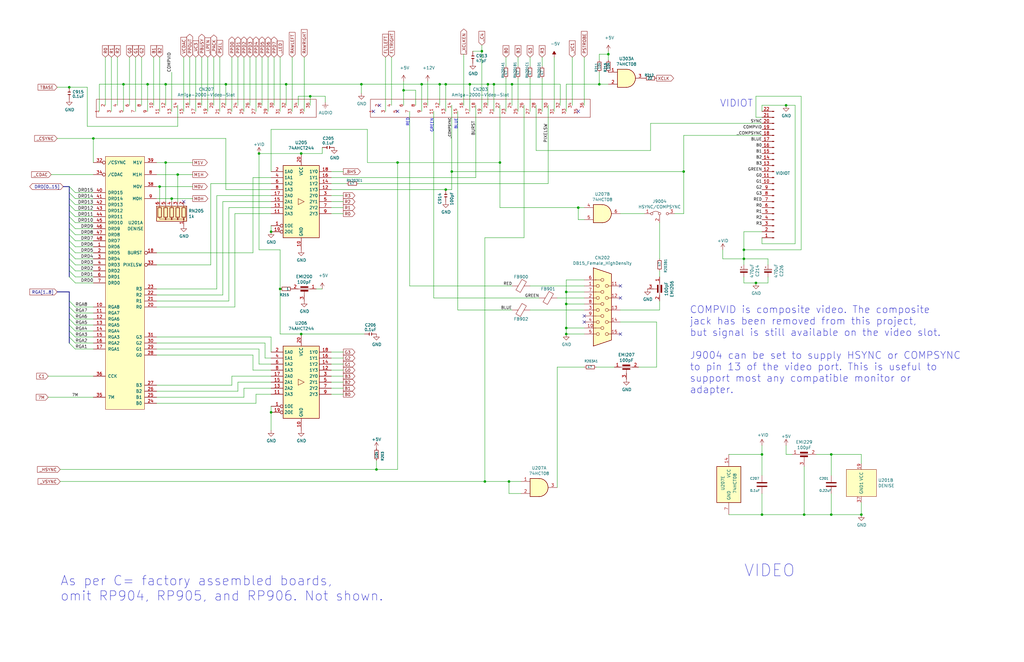
<source format=kicad_sch>
(kicad_sch (version 20230121) (generator eeschema)

  (uuid d645e19c-fd3c-4dd8-92b5-a2fcb3c6684c)

  (paper "B")

  (title_block
    (title "Amiga 2000 EATX")
    (date "2023-03-10")
    (rev "3.0")
  )

  

  (junction (at 321.31 191.77) (diameter 0) (color 0 0 0 0)
    (uuid 0155a6a9-eed6-415b-8bd3-7324fbaaab1a)
  )
  (junction (at 74.93 73.66) (diameter 0) (color 0 0 0 0)
    (uuid 04637826-e6bd-4a60-93ea-a91b432f804b)
  )
  (junction (at 208.28 35.56) (diameter 0) (color 0 0 0 0)
    (uuid 06b769a5-16b5-4a28-9837-03f19b492186)
  )
  (junction (at 363.22 217.17) (diameter 0) (color 0 0 0 0)
    (uuid 0719721c-5b81-4f20-b140-a01076a86c2f)
  )
  (junction (at 114.3 97.79) (diameter 0) (color 0 0 0 0)
    (uuid 10945904-205c-4429-9745-0db0fc826a1e)
  )
  (junction (at 127 140.97) (diameter 0) (color 0 0 0 0)
    (uuid 16a5e7c2-4c24-4203-9afb-23d5e907ca1c)
  )
  (junction (at 318.77 119.38) (diameter 0) (color 0 0 0 0)
    (uuid 1cf97973-0428-4f06-8c61-74f776d98d64)
  )
  (junction (at 67.31 78.74) (diameter 0) (color 0 0 0 0)
    (uuid 21961d37-2885-4164-b8e1-2dd068984dde)
  )
  (junction (at 72.39 83.82) (diameter 0) (color 0 0 0 0)
    (uuid 23f5490e-5f0f-432f-bbdd-a15c0a2bc3a9)
  )
  (junction (at 190.5 72.39) (diameter 0) (color 0 0 0 0)
    (uuid 2dce5fbc-a741-4004-a573-72b4ff071b3b)
  )
  (junction (at 120.65 35.56) (diameter 0) (color 0 0 0 0)
    (uuid 2edeb9b2-9a02-452b-bf9d-c1bab1b3f6f3)
  )
  (junction (at 152.4 35.56) (diameter 0) (color 0 0 0 0)
    (uuid 3ae574f7-7baf-40af-824c-40ad4e2e3168)
  )
  (junction (at 118.11 121.92) (diameter 0) (color 0 0 0 0)
    (uuid 3d733a6b-5965-421b-880b-96ed3f9b86e8)
  )
  (junction (at 52.07 35.56) (diameter 0) (color 0 0 0 0)
    (uuid 3d793c71-2319-4bc2-abe6-8b8b31d24e08)
  )
  (junction (at 187.96 35.56) (diameter 0) (color 0 0 0 0)
    (uuid 409dcb60-8ea2-4c94-a204-c7fd450c7ace)
  )
  (junction (at 238.76 140.97) (diameter 0) (color 0 0 0 0)
    (uuid 44ce2739-18c2-457a-9086-3c0afb33aead)
  )
  (junction (at 39.37 58.42) (diameter 0) (color 0 0 0 0)
    (uuid 5006679f-6874-4033-abb6-a7cb7ff77441)
  )
  (junction (at 198.12 35.56) (diameter 0) (color 0 0 0 0)
    (uuid 541ed03d-7916-45bc-8d49-edc83c4aab07)
  )
  (junction (at 238.76 128.27) (diameter 0) (color 0 0 0 0)
    (uuid 5784f03b-e119-466e-90dd-334744419da8)
  )
  (junction (at 158.75 198.12) (diameter 0) (color 0 0 0 0)
    (uuid 5ab7af42-d49b-465d-9b77-1418911cb23a)
  )
  (junction (at 238.76 123.19) (diameter 0) (color 0 0 0 0)
    (uuid 619944e4-c20f-4369-bafa-8218be6304fc)
  )
  (junction (at 62.23 35.56) (diameter 0) (color 0 0 0 0)
    (uuid 6b312c9b-d06d-4ee1-8875-14d76c3f34d7)
  )
  (junction (at 29.21 36.83) (diameter 0) (color 0 0 0 0)
    (uuid 6e6c2a8f-ec89-4b55-8f92-1212e4554528)
  )
  (junction (at 203.2 21.59) (diameter 0) (color 0 0 0 0)
    (uuid 7354d77a-eda8-47d9-981b-a33b56a5b85a)
  )
  (junction (at 210.82 68.58) (diameter 0) (color 0 0 0 0)
    (uuid 742461a7-dfa5-4a76-a4aa-0c8bbc3552b5)
  )
  (junction (at 187.96 80.01) (diameter 0) (color 0 0 0 0)
    (uuid 751113bc-c26f-4005-8f74-5460f48f532c)
  )
  (junction (at 313.69 105.41) (diameter 0) (color 0 0 0 0)
    (uuid 7b866b8c-eb58-40e1-9c10-9f8f65925469)
  )
  (junction (at 321.31 217.17) (diameter 0) (color 0 0 0 0)
    (uuid 7ed968fd-3f59-4b5f-a3a4-7c37745bb40e)
  )
  (junction (at 238.76 138.43) (diameter 0) (color 0 0 0 0)
    (uuid 8c1e61ca-8021-41d6-b0df-87f9dbd36196)
  )
  (junction (at 204.47 203.2) (diameter 0) (color 0 0 0 0)
    (uuid 8eb6205e-fe06-4cbe-bd46-0e5b33c65ab1)
  )
  (junction (at 130.81 40.64) (diameter 0) (color 0 0 0 0)
    (uuid 8ffba84e-498e-48fa-8667-a0c2eeeffddf)
  )
  (junction (at 114.3 173.99) (diameter 0) (color 0 0 0 0)
    (uuid 91e3eef5-bf6c-477a-afd1-3c818a857caf)
  )
  (junction (at 288.29 72.39) (diameter 0) (color 0 0 0 0)
    (uuid 94f2282f-db48-4add-b3c6-24c4fa1ecff0)
  )
  (junction (at 215.9 35.56) (diameter 0) (color 0 0 0 0)
    (uuid 9926a7ce-e381-4634-8abe-23b6ac7e02ac)
  )
  (junction (at 350.52 191.77) (diameter 0) (color 0 0 0 0)
    (uuid a77e6386-6fde-48a8-bf5a-e06656435f2c)
  )
  (junction (at 170.18 38.1) (diameter 0) (color 0 0 0 0)
    (uuid aaf0d636-a4bd-4cf1-8f2e-ccdcee3f7cb4)
  )
  (junction (at 109.22 64.77) (diameter 0) (color 0 0 0 0)
    (uuid ae43ed56-471f-4f17-a3f9-bf000df7c3ce)
  )
  (junction (at 127 64.77) (diameter 0) (color 0 0 0 0)
    (uuid aee43832-d2a9-4757-ad96-dbf3fa8dae46)
  )
  (junction (at 214.63 203.2) (diameter 0) (color 0 0 0 0)
    (uuid b08c17d5-c95a-46e7-b429-18b58052b8fb)
  )
  (junction (at 177.8 35.56) (diameter 0) (color 0 0 0 0)
    (uuid b0c1e305-94fc-4c8a-814d-e3a3e6c4d8b0)
  )
  (junction (at 243.84 87.63) (diameter 0) (color 0 0 0 0)
    (uuid b369845e-48fb-46a1-9695-ac54cb11ceea)
  )
  (junction (at 331.47 44.45) (diameter 0) (color 0 0 0 0)
    (uuid c3af9972-ac40-4cc2-a143-1e830dc8383a)
  )
  (junction (at 256.54 22.86) (diameter 0) (color 0 0 0 0)
    (uuid ca6b34e0-992e-44e3-b698-229fd058805b)
  )
  (junction (at 205.74 35.56) (diameter 0) (color 0 0 0 0)
    (uuid d201786a-6582-4913-bcc6-68bf45954221)
  )
  (junction (at 185.42 35.56) (diameter 0) (color 0 0 0 0)
    (uuid d768bf59-62ac-4a5d-92d8-156a9b7eeb63)
  )
  (junction (at 339.09 217.17) (diameter 0) (color 0 0 0 0)
    (uuid ea1f0e4b-85a3-44af-992d-e5cecb876ffd)
  )
  (junction (at 95.25 35.56) (diameter 0) (color 0 0 0 0)
    (uuid ea7791ea-412a-4704-93e9-5215723508d6)
  )
  (junction (at 252.73 35.56) (diameter 0) (color 0 0 0 0)
    (uuid f5f609d6-3a0a-434c-aad6-82ed7ce4d4c9)
  )
  (junction (at 167.64 68.58) (diameter 0) (color 0 0 0 0)
    (uuid f605fa32-459d-46cf-bae2-e8c6d4d50977)
  )
  (junction (at 69.85 35.56) (diameter 0) (color 0 0 0 0)
    (uuid f795f600-2e6b-48c2-8ace-ba718e7fe832)
  )
  (junction (at 69.85 68.58) (diameter 0) (color 0 0 0 0)
    (uuid fc524c2c-18c1-4164-b5a2-a6802e206830)
  )
  (junction (at 313.69 109.22) (diameter 0) (color 0 0 0 0)
    (uuid fcc11c44-5a25-4cd1-87d1-de5c5dacc1c5)
  )
  (junction (at 350.52 217.17) (diameter 0) (color 0 0 0 0)
    (uuid ffcf9814-cc43-4750-8f18-dd29d1aaa8a1)
  )

  (no_connect (at 157.48 46.99) (uuid 0b8fb3b6-e8ed-4275-9e50-9e3d6ac4e802))
  (no_connect (at 246.38 135.89) (uuid 1e1c1788-d988-491c-830c-4314a7fcd827))
  (no_connect (at 243.84 46.99) (uuid 49e012f8-8e80-433e-a8d5-cab4a829dec5))
  (no_connect (at 246.38 133.35) (uuid 65e1a0ba-529a-4f35-9437-cc12c0e3d3ed))
  (no_connect (at 261.62 125.73) (uuid 6a6d7cd4-0c2b-4386-9b2b-c4a693aef969))
  (no_connect (at 77.47 85.09) (uuid 7fc24d41-33fb-4720-83f4-0bed24030f32))
  (no_connect (at 160.02 44.45) (uuid 88e11a93-e3da-4961-8b65-32057897b3f7))
  (no_connect (at 261.62 140.97) (uuid ab1538fe-3d8e-47f8-97ae-eb290e16bcce))
  (no_connect (at 167.64 46.99) (uuid d067a7f6-dfe8-41a4-aa21-c11546d29c19))
  (no_connect (at 261.62 120.65) (uuid d35c3df8-15c2-44fd-bc16-1f88c6f0d421))

  (bus_entry (at 31.75 106.68) (size -2.54 -2.54)
    (stroke (width 0) (type default))
    (uuid 0f1e5e80-15f8-4a56-875d-a131e7969584)
  )
  (bus_entry (at 31.75 137.16) (size -2.54 -2.54)
    (stroke (width 0) (type default))
    (uuid 10ba2c3d-7544-4e75-b0c1-ff5c85f99767)
  )
  (bus_entry (at 31.75 81.28) (size -2.54 -2.54)
    (stroke (width 0) (type default))
    (uuid 1901c146-42d6-4380-a931-cc432a8c5322)
  )
  (bus_entry (at 31.75 109.22) (size -2.54 -2.54)
    (stroke (width 0) (type default))
    (uuid 22a601d8-85ba-4279-9269-a3d3a44ab6f3)
  )
  (bus_entry (at 31.75 83.82) (size -2.54 -2.54)
    (stroke (width 0) (type default))
    (uuid 366db70a-808b-4cfe-9e81-373d20deac1c)
  )
  (bus_entry (at 31.75 132.08) (size -2.54 -2.54)
    (stroke (width 0) (type default))
    (uuid 41437a2d-5e15-473e-9214-3618a6010df7)
  )
  (bus_entry (at 31.75 119.38) (size -2.54 -2.54)
    (stroke (width 0) (type default))
    (uuid 4362f089-5577-4e3d-b078-1599af993676)
  )
  (bus_entry (at 31.75 116.84) (size -2.54 -2.54)
    (stroke (width 0) (type default))
    (uuid 44f11015-dca3-4679-ae8a-5953bc704373)
  )
  (bus_entry (at 31.75 134.62) (size -2.54 -2.54)
    (stroke (width 0) (type default))
    (uuid 66ba0b04-60d0-429a-8b4f-5df294f26945)
  )
  (bus_entry (at 31.75 142.24) (size -2.54 -2.54)
    (stroke (width 0) (type default))
    (uuid 6ea502d7-d3a3-4c74-ae42-6ef3e12bec97)
  )
  (bus_entry (at 31.75 91.44) (size -2.54 -2.54)
    (stroke (width 0) (type default))
    (uuid 7e6e7b38-ccb9-4eeb-a9cc-956725f13faf)
  )
  (bus_entry (at 31.75 86.36) (size -2.54 -2.54)
    (stroke (width 0) (type default))
    (uuid a227e998-6e5c-4b1f-adc0-33196326343c)
  )
  (bus_entry (at 31.75 88.9) (size -2.54 -2.54)
    (stroke (width 0) (type default))
    (uuid a6ac76ad-d2cc-44e1-8bb9-7683f22f8be7)
  )
  (bus_entry (at 31.75 99.06) (size -2.54 -2.54)
    (stroke (width 0) (type default))
    (uuid b6dfe8f8-d3aa-4293-baad-fb3af86a431a)
  )
  (bus_entry (at 31.75 144.78) (size -2.54 -2.54)
    (stroke (width 0) (type default))
    (uuid c1c197bd-765f-4aa1-b70c-60792b562140)
  )
  (bus_entry (at 31.75 114.3) (size -2.54 -2.54)
    (stroke (width 0) (type default))
    (uuid c8ded16d-63dd-4929-8cdd-ae8ff6b93e20)
  )
  (bus_entry (at 31.75 111.76) (size -2.54 -2.54)
    (stroke (width 0) (type default))
    (uuid d1cd7ffe-890b-46d4-82b0-54a3e2f405a3)
  )
  (bus_entry (at 31.75 104.14) (size -2.54 -2.54)
    (stroke (width 0) (type default))
    (uuid d3995a67-16fd-4bdd-b509-3dcdf208a4f0)
  )
  (bus_entry (at 31.75 101.6) (size -2.54 -2.54)
    (stroke (width 0) (type default))
    (uuid df4db9b7-e4ab-4dd7-a134-2ab7bdddebae)
  )
  (bus_entry (at 31.75 93.98) (size -2.54 -2.54)
    (stroke (width 0) (type default))
    (uuid e3dd9fbd-7ae7-472a-9fd6-865086321600)
  )
  (bus_entry (at 31.75 129.54) (size -2.54 -2.54)
    (stroke (width 0) (type default))
    (uuid e92085d8-d526-4351-994b-b7ae1b904c53)
  )
  (bus_entry (at 31.75 147.32) (size -2.54 -2.54)
    (stroke (width 0) (type default))
    (uuid f9e3f01c-df5b-4ac9-8cbc-1b0faa2d0af9)
  )
  (bus_entry (at 31.75 139.7) (size -2.54 -2.54)
    (stroke (width 0) (type default))
    (uuid fd471a18-c5f5-4e51-a059-c2585140d4e7)
  )
  (bus_entry (at 31.75 96.52) (size -2.54 -2.54)
    (stroke (width 0) (type default))
    (uuid fef7ee93-4dd6-4963-9876-e1e9c4cd3d59)
  )

  (wire (pts (xy 154.94 54.61) (xy 114.3 54.61))
    (stroke (width 0) (type default))
    (uuid 0009f159-b064-415a-b63c-c8efc9ddc10e)
  )
  (wire (pts (xy 139.7 85.09) (xy 144.78 85.09))
    (stroke (width 0) (type default))
    (uuid 00163028-ae9e-40fb-9d9f-d581d7c29d62)
  )
  (wire (pts (xy 139.7 151.13) (xy 144.78 151.13))
    (stroke (width 0) (type default))
    (uuid 00afa082-4a2f-4ec4-9743-195582fae718)
  )
  (wire (pts (xy 66.04 144.78) (xy 111.76 144.78))
    (stroke (width 0) (type default))
    (uuid 00e01c33-4895-45a0-a684-c5acda447fd6)
  )
  (wire (pts (xy 335.28 102.87) (xy 321.31 102.87))
    (stroke (width 0) (type default))
    (uuid 02b0168d-6217-4e24-b57c-ac57e22344dd)
  )
  (wire (pts (xy 127 64.77) (xy 109.22 64.77))
    (stroke (width 0) (type default))
    (uuid 02b07976-d46b-474d-b7b9-2056e3fd1ff8)
  )
  (wire (pts (xy 172.72 46.99) (xy 172.72 120.65))
    (stroke (width 0) (type default))
    (uuid 02fb335c-a484-4d05-ab05-d8415b8797e4)
  )
  (wire (pts (xy 234.95 205.74) (xy 234.95 154.94))
    (stroke (width 0) (type default))
    (uuid 037637ee-8619-43d2-86de-4610fd777819)
  )
  (bus (pts (xy 29.21 106.68) (xy 29.21 109.22))
    (stroke (width 0) (type default))
    (uuid 03b2081d-7c4a-4565-b0a6-cc0960d2a275)
  )

  (wire (pts (xy 190.5 44.45) (xy 190.5 72.39))
    (stroke (width 0) (type default))
    (uuid 03c46af2-1fd5-4c38-bbbb-afbed9a30718)
  )
  (wire (pts (xy 64.77 44.45) (xy 64.77 24.13))
    (stroke (width 0) (type default))
    (uuid 04247bd3-93cb-458a-8868-d11809cb99b7)
  )
  (wire (pts (xy 215.9 44.45) (xy 215.9 35.56))
    (stroke (width 0) (type default))
    (uuid 04c213c4-acac-451e-bcce-f26f05b0761c)
  )
  (wire (pts (xy 74.93 53.34) (xy 74.93 44.45))
    (stroke (width 0) (type default))
    (uuid 072a3e15-dd99-4ab0-b784-28d82df9f678)
  )
  (wire (pts (xy 102.87 167.64) (xy 102.87 163.83))
    (stroke (width 0) (type default))
    (uuid 08d54b72-9ec1-4d1d-a719-f16c17ae723f)
  )
  (bus (pts (xy 29.21 142.24) (xy 29.21 144.78))
    (stroke (width 0) (type default))
    (uuid 09c209c7-7e0a-4882-96e2-2565904e7baa)
  )

  (wire (pts (xy 85.09 44.45) (xy 85.09 24.13))
    (stroke (width 0) (type default))
    (uuid 0b453d99-6872-4f8b-ba1e-c4ba5b68d25b)
  )
  (wire (pts (xy 203.2 19.05) (xy 203.2 21.59))
    (stroke (width 0) (type default))
    (uuid 0c643c07-90df-4ba6-ac6e-d0f38f938050)
  )
  (wire (pts (xy 80.01 44.45) (xy 80.01 24.13))
    (stroke (width 0) (type default))
    (uuid 0d872924-cc28-4a57-a907-6e738f767d35)
  )
  (wire (pts (xy 238.76 140.97) (xy 246.38 140.97))
    (stroke (width 0) (type default))
    (uuid 0e1bd527-95e0-4917-a6ce-b2cc3a2c2fd9)
  )
  (wire (pts (xy 219.71 208.28) (xy 214.63 208.28))
    (stroke (width 0) (type default))
    (uuid 0ec8b261-7c81-42e7-b025-9c259038982b)
  )
  (wire (pts (xy 72.39 46.99) (xy 72.39 30.48))
    (stroke (width 0) (type default))
    (uuid 0f8140f9-4885-4ca8-b192-9ecb4e793ff1)
  )
  (wire (pts (xy 118.11 121.92) (xy 118.11 140.97))
    (stroke (width 0) (type default))
    (uuid 10a41390-7f71-4707-8050-4660eda3fda8)
  )
  (wire (pts (xy 97.79 158.75) (xy 97.79 162.56))
    (stroke (width 0) (type default))
    (uuid 112c39e1-663a-4217-9777-7c72304947d1)
  )
  (wire (pts (xy 350.52 217.17) (xy 339.09 217.17))
    (stroke (width 0) (type default))
    (uuid 117c91fc-5797-4bca-9cbe-a74042381e8e)
  )
  (wire (pts (xy 252.73 25.4) (xy 252.73 22.86))
    (stroke (width 0) (type default))
    (uuid 11deea2c-4270-4e5f-925a-eaed4e64e425)
  )
  (wire (pts (xy 31.75 147.32) (xy 39.37 147.32))
    (stroke (width 0) (type default))
    (uuid 11e17176-e612-45fb-86d5-9c5559c6319b)
  )
  (wire (pts (xy 139.7 148.59) (xy 144.78 148.59))
    (stroke (width 0) (type default))
    (uuid 12727fc0-86cb-41c7-b0ab-10cab7abedee)
  )
  (wire (pts (xy 72.39 85.09) (xy 72.39 83.82))
    (stroke (width 0) (type default))
    (uuid 134d26ce-6c54-434b-880a-e772f858f4cd)
  )
  (wire (pts (xy 187.96 80.01) (xy 190.5 80.01))
    (stroke (width 0) (type default))
    (uuid 1351ac47-1ed0-4ee9-8077-972006b2987e)
  )
  (wire (pts (xy 66.04 124.46) (xy 93.98 124.46))
    (stroke (width 0) (type default))
    (uuid 137b33ae-5649-4a60-ad53-756f76075382)
  )
  (wire (pts (xy 363.22 217.17) (xy 350.52 217.17))
    (stroke (width 0) (type default))
    (uuid 172d2904-a398-4c9b-88f1-fcaf3adf82d4)
  )
  (wire (pts (xy 96.52 127) (xy 96.52 87.63))
    (stroke (width 0) (type default))
    (uuid 17c5a9e9-09cf-4ff3-8c6f-20c1b24098c9)
  )
  (wire (pts (xy 238.76 46.99) (xy 238.76 35.56))
    (stroke (width 0) (type default))
    (uuid 1928fb4a-3fc1-4e4f-87d5-bbb6d08a2a02)
  )
  (wire (pts (xy 39.37 96.52) (xy 31.75 96.52))
    (stroke (width 0) (type default))
    (uuid 192cd7ce-6726-467b-a152-b92af8b79887)
  )
  (wire (pts (xy 274.32 52.07) (xy 274.32 63.5))
    (stroke (width 0) (type default))
    (uuid 1956bcd5-e876-44fc-93d1-c73fee0dede5)
  )
  (bus (pts (xy 29.21 78.74) (xy 29.21 81.28))
    (stroke (width 0) (type default))
    (uuid 1ac144d6-d25d-4543-ad63-87486d0fbda8)
  )

  (wire (pts (xy 246.38 123.19) (xy 238.76 123.19))
    (stroke (width 0) (type default))
    (uuid 1b8d838d-a48a-46be-8abc-38d6b3b0280d)
  )
  (bus (pts (xy 29.21 123.19) (xy 29.21 127))
    (stroke (width 0) (type default))
    (uuid 1c2bd609-63d9-4d37-b22a-060761b3f71e)
  )

  (wire (pts (xy 96.52 87.63) (xy 114.3 87.63))
    (stroke (width 0) (type default))
    (uuid 1de376f3-805d-42f5-955c-3738a5ea7447)
  )
  (wire (pts (xy 93.98 85.09) (xy 114.3 85.09))
    (stroke (width 0) (type default))
    (uuid 1e9b3e83-1aa1-4911-85aa-97c518c04609)
  )
  (bus (pts (xy 29.21 109.22) (xy 29.21 111.76))
    (stroke (width 0) (type default))
    (uuid 1fe796ae-0050-4741-bb41-091be1bc95c9)
  )

  (wire (pts (xy 109.22 64.77) (xy 109.22 105.41))
    (stroke (width 0) (type default))
    (uuid 2046fd6e-e1dd-4d9f-ad32-c51912c9a91a)
  )
  (wire (pts (xy 363.22 191.77) (xy 363.22 195.58))
    (stroke (width 0) (type default))
    (uuid 20c43f8d-16a9-4b1a-82c4-766c8d64753c)
  )
  (wire (pts (xy 31.75 109.22) (xy 39.37 109.22))
    (stroke (width 0) (type default))
    (uuid 21e48662-40e3-49c1-998b-638f75361611)
  )
  (wire (pts (xy 210.82 44.45) (xy 210.82 68.58))
    (stroke (width 0) (type default))
    (uuid 227528c4-0058-4dd3-aa31-49504ea95811)
  )
  (wire (pts (xy 99.06 90.17) (xy 99.06 129.54))
    (stroke (width 0) (type default))
    (uuid 22db5f51-745e-4126-b17f-618af271379f)
  )
  (wire (pts (xy 152.4 35.56) (xy 152.4 39.37))
    (stroke (width 0) (type default))
    (uuid 232dcad8-9205-4572-aa28-1b19b4cf8435)
  )
  (bus (pts (xy 29.21 93.98) (xy 29.21 96.52))
    (stroke (width 0) (type default))
    (uuid 23c4bcd0-55a2-453a-ba28-8aad3b5d46bc)
  )

  (wire (pts (xy 41.91 46.99) (xy 41.91 35.56))
    (stroke (width 0) (type default))
    (uuid 24387307-1c5a-4bec-b14f-41e1f1d679c4)
  )
  (wire (pts (xy 31.75 104.14) (xy 39.37 104.14))
    (stroke (width 0) (type default))
    (uuid 254808fb-3e84-44df-9972-0c12a6776e9e)
  )
  (wire (pts (xy 261.62 90.17) (xy 271.78 90.17))
    (stroke (width 0) (type default))
    (uuid 2569ee7b-928a-404e-8520-d687c6f1b94c)
  )
  (wire (pts (xy 288.29 90.17) (xy 288.29 72.39))
    (stroke (width 0) (type default))
    (uuid 2669ae6d-da2d-4d98-bb81-f30cd365cbf2)
  )
  (wire (pts (xy 243.84 87.63) (xy 210.82 87.63))
    (stroke (width 0) (type default))
    (uuid 27109baa-6edb-4ae4-9736-a692d24738d8)
  )
  (wire (pts (xy 304.8 109.22) (xy 313.69 109.22))
    (stroke (width 0) (type default))
    (uuid 273794ce-962c-4cae-ab46-994f00393a7b)
  )
  (wire (pts (xy 137.16 40.64) (xy 137.16 43.18))
    (stroke (width 0) (type default))
    (uuid 28b891d6-030a-4f07-beb0-fc4d8a1c095f)
  )
  (wire (pts (xy 195.58 22.86) (xy 195.58 44.45))
    (stroke (width 0) (type default))
    (uuid 28f7155e-e7d4-483c-9b5a-7b4343f00c60)
  )
  (wire (pts (xy 233.68 46.99) (xy 233.68 24.13))
    (stroke (width 0) (type default))
    (uuid 29bdddd0-76b1-4d4c-aa3d-db288ec62cd4)
  )
  (wire (pts (xy 66.04 129.54) (xy 99.06 129.54))
    (stroke (width 0) (type default))
    (uuid 29d47b65-aeb5-467d-bb3e-30d57337c54b)
  )
  (wire (pts (xy 100.33 161.29) (xy 100.33 165.1))
    (stroke (width 0) (type default))
    (uuid 2a337254-46de-4cd7-99f8-9ea927b6b174)
  )
  (wire (pts (xy 139.7 74.93) (xy 200.66 74.93))
    (stroke (width 0) (type default))
    (uuid 2a71b3d2-8b8c-4133-8d34-8d7c9f9a6efc)
  )
  (wire (pts (xy 118.11 105.41) (xy 118.11 121.92))
    (stroke (width 0) (type default))
    (uuid 2aed54e9-30a4-4334-997f-32582486db44)
  )
  (wire (pts (xy 198.12 35.56) (xy 187.96 35.56))
    (stroke (width 0) (type default))
    (uuid 2bcbb0ce-d735-4eb0-b937-6f7aedbf88f9)
  )
  (wire (pts (xy 114.3 95.25) (xy 114.3 97.79))
    (stroke (width 0) (type default))
    (uuid 2d15919a-ec08-4cfa-914c-81930c219581)
  )
  (wire (pts (xy 102.87 163.83) (xy 114.3 163.83))
    (stroke (width 0) (type default))
    (uuid 2d1745c0-e065-4e67-a5fd-92541aa08980)
  )
  (wire (pts (xy 363.22 212.09) (xy 363.22 217.17))
    (stroke (width 0) (type default))
    (uuid 2d7163d5-63d4-469c-97dd-9b4f35ee814a)
  )
  (wire (pts (xy 238.76 118.11) (xy 238.76 123.19))
    (stroke (width 0) (type default))
    (uuid 2de41bad-e299-41f5-8666-c6c83448a719)
  )
  (wire (pts (xy 321.31 49.53) (xy 318.77 49.53))
    (stroke (width 0) (type default))
    (uuid 2dffe318-ce93-4442-85a3-09aa0740c6a2)
  )
  (wire (pts (xy 158.75 194.31) (xy 158.75 198.12))
    (stroke (width 0) (type default))
    (uuid 2e1a0515-8679-4855-9ec2-300dab2ece00)
  )
  (wire (pts (xy 39.37 111.76) (xy 31.75 111.76))
    (stroke (width 0) (type default))
    (uuid 2faa7adf-157b-4dc4-aeee-ad43b709f84b)
  )
  (wire (pts (xy 350.52 191.77) (xy 363.22 191.77))
    (stroke (width 0) (type default))
    (uuid 2fc9b3b8-636f-41ec-8d8a-9e76c77e2c7a)
  )
  (wire (pts (xy 39.37 73.66) (xy 21.59 73.66))
    (stroke (width 0) (type default))
    (uuid 30107b8f-f177-4a3a-8655-493665497218)
  )
  (wire (pts (xy 167.64 68.58) (xy 154.94 68.58))
    (stroke (width 0) (type default))
    (uuid 301a26c2-2e28-4d10-8217-4afb667125cb)
  )
  (wire (pts (xy 105.41 44.45) (xy 105.41 24.13))
    (stroke (width 0) (type default))
    (uuid 30e7fe22-50e3-446a-abe2-4cda3452ef21)
  )
  (wire (pts (xy 139.7 90.17) (xy 144.78 90.17))
    (stroke (width 0) (type default))
    (uuid 30ef5ff3-67a1-4562-aedf-ebdffe9f0f1a)
  )
  (wire (pts (xy 205.74 44.45) (xy 205.74 35.56))
    (stroke (width 0) (type default))
    (uuid 3193734e-5938-4163-bba1-3d3831f9e770)
  )
  (bus (pts (xy 29.21 104.14) (xy 29.21 106.68))
    (stroke (width 0) (type default))
    (uuid 320021c6-e0d7-4d58-a140-23f89a67e867)
  )

  (wire (pts (xy 39.37 58.42) (xy 95.25 58.42))
    (stroke (width 0) (type default))
    (uuid 3251894e-6e09-48af-8968-f2cae4ae1342)
  )
  (wire (pts (xy 223.52 33.02) (xy 223.52 46.99))
    (stroke (width 0) (type default))
    (uuid 33171a52-ffd6-47b0-aac1-e80272492660)
  )
  (wire (pts (xy 59.69 44.45) (xy 59.69 24.13))
    (stroke (width 0) (type default))
    (uuid 33400689-391c-40ee-b81a-26d86d9c1ab0)
  )
  (wire (pts (xy 331.47 191.77) (xy 331.47 187.96))
    (stroke (width 0) (type default))
    (uuid 33815da0-d157-4b4d-a88d-3c9922654e98)
  )
  (wire (pts (xy 107.95 166.37) (xy 107.95 170.18))
    (stroke (width 0) (type default))
    (uuid 348436af-10f1-4633-877b-298994fc3bb3)
  )
  (wire (pts (xy 321.31 46.99) (xy 321.31 44.45))
    (stroke (width 0) (type default))
    (uuid 39052a1f-e70e-4601-be74-c0288581216e)
  )
  (wire (pts (xy 259.08 154.94) (xy 251.46 154.94))
    (stroke (width 0) (type default))
    (uuid 392f489e-ecd0-4c41-bce0-1c9002bd8d28)
  )
  (wire (pts (xy 93.98 124.46) (xy 93.98 85.09))
    (stroke (width 0) (type default))
    (uuid 39d0f46e-e528-417c-933c-fe2a4ab74265)
  )
  (wire (pts (xy 52.07 35.56) (xy 62.23 35.56))
    (stroke (width 0) (type default))
    (uuid 3a77c43c-d538-41ee-8461-a6f79deade06)
  )
  (bus (pts (xy 29.21 91.44) (xy 29.21 93.98))
    (stroke (width 0) (type default))
    (uuid 3b3d4d19-549b-43f4-8d8b-659fb0898318)
  )

  (wire (pts (xy 208.28 46.99) (xy 208.28 35.56))
    (stroke (width 0) (type default))
    (uuid 3d11076f-7567-4107-b441-7bd24c5b9236)
  )
  (wire (pts (xy 350.52 200.66) (xy 350.52 191.77))
    (stroke (width 0) (type default))
    (uuid 3db007d1-db36-42f0-9e4e-6d89f20b7da8)
  )
  (wire (pts (xy 288.29 72.39) (xy 190.5 72.39))
    (stroke (width 0) (type default))
    (uuid 3e1bf8a9-53ae-472e-923d-b8e579a35753)
  )
  (wire (pts (xy 125.73 44.45) (xy 125.73 40.64))
    (stroke (width 0) (type default))
    (uuid 3ec6621e-e6cd-4624-9698-689edd0a62ac)
  )
  (wire (pts (xy 321.31 187.96) (xy 321.31 191.77))
    (stroke (width 0) (type default))
    (uuid 3ef4802e-e2dc-471c-9856-b6004b4a2dd7)
  )
  (wire (pts (xy 214.63 208.28) (xy 214.63 203.2))
    (stroke (width 0) (type default))
    (uuid 3f797979-5773-40ca-ad19-dda2b49978ea)
  )
  (wire (pts (xy 252.73 22.86) (xy 256.54 22.86))
    (stroke (width 0) (type default))
    (uuid 3fa44cc4-9127-4bdc-bbb9-a56ed629df37)
  )
  (wire (pts (xy 130.81 44.45) (xy 130.81 40.64))
    (stroke (width 0) (type default))
    (uuid 43d7370b-9829-49a4-b8af-1f21e32b4805)
  )
  (wire (pts (xy 31.75 119.38) (xy 39.37 119.38))
    (stroke (width 0) (type default))
    (uuid 4502a34c-e110-438e-b70d-b507199ce6df)
  )
  (wire (pts (xy 114.3 171.45) (xy 114.3 173.99))
    (stroke (width 0) (type default))
    (uuid 466ac59a-000d-4947-a628-f370a0d6d94f)
  )
  (wire (pts (xy 193.04 46.99) (xy 193.04 130.81))
    (stroke (width 0) (type default))
    (uuid 4685ec9e-7b21-4358-8bb6-4dd243af1712)
  )
  (wire (pts (xy 114.3 173.99) (xy 114.3 181.61))
    (stroke (width 0) (type default))
    (uuid 469c5166-e057-47c3-9433-a06120918f70)
  )
  (wire (pts (xy 246.38 128.27) (xy 238.76 128.27))
    (stroke (width 0) (type default))
    (uuid 46c2271a-d474-48fe-b9ce-b89f66367358)
  )
  (wire (pts (xy 41.91 35.56) (xy 52.07 35.56))
    (stroke (width 0) (type default))
    (uuid 476ed3c6-0ace-41e4-928a-78bc1433be92)
  )
  (wire (pts (xy 321.31 57.15) (xy 288.29 57.15))
    (stroke (width 0) (type default))
    (uuid 495e9f06-874f-4fcd-a86b-f9038a9ea90d)
  )
  (bus (pts (xy 29.21 86.36) (xy 29.21 88.9))
    (stroke (width 0) (type default))
    (uuid 4a01a2e2-eec4-40c8-8b22-3e961ffe6660)
  )

  (wire (pts (xy 66.04 83.82) (xy 72.39 83.82))
    (stroke (width 0) (type default))
    (uuid 4a195c8b-a7f4-4e9c-8fe4-4b8a51f66ed4)
  )
  (wire (pts (xy 167.64 68.58) (xy 167.64 198.12))
    (stroke (width 0) (type default))
    (uuid 4cc387a9-f2e6-4e49-ae8b-e67a5ff2142b)
  )
  (wire (pts (xy 95.25 35.56) (xy 120.65 35.56))
    (stroke (width 0) (type default))
    (uuid 4cf6290a-f40d-471c-aa7c-4ddbc5ee07d0)
  )
  (wire (pts (xy 31.75 99.06) (xy 39.37 99.06))
    (stroke (width 0) (type default))
    (uuid 4d18f1bd-a8c6-4089-b025-721f0f108c11)
  )
  (wire (pts (xy 66.04 162.56) (xy 97.79 162.56))
    (stroke (width 0) (type default))
    (uuid 4d81963f-68fa-488c-aae8-f93fc68744b3)
  )
  (wire (pts (xy 170.18 44.45) (xy 170.18 38.1))
    (stroke (width 0) (type default))
    (uuid 4d8d960d-70a5-428d-9a80-b34a126f19c5)
  )
  (wire (pts (xy 313.69 105.41) (xy 313.69 109.22))
    (stroke (width 0) (type default))
    (uuid 4e304c67-2a2d-4331-9757-a519babee5fc)
  )
  (wire (pts (xy 31.75 132.08) (xy 39.37 132.08))
    (stroke (width 0) (type default))
    (uuid 4ff9c107-cd2e-4137-8155-5762d6e154cd)
  )
  (wire (pts (xy 203.2 21.59) (xy 203.2 46.99))
    (stroke (width 0) (type default))
    (uuid 514abbf2-3b3e-42e0-8d52-b4043a9c9f81)
  )
  (wire (pts (xy 313.69 97.79) (xy 313.69 105.41))
    (stroke (width 0) (type default))
    (uuid 516161d4-bcb7-4ff5-a0f1-5a6cca44f2a6)
  )
  (wire (pts (xy 187.96 46.99) (xy 187.96 35.56))
    (stroke (width 0) (type default))
    (uuid 52e4b7b2-1495-4674-93f6-a8eebd2ed4d8)
  )
  (bus (pts (xy 29.21 81.28) (xy 29.21 83.82))
    (stroke (width 0) (type default))
    (uuid 54e52f19-96dc-4572-92cc-590509833799)
  )

  (wire (pts (xy 304.8 109.22) (xy 304.8 105.41))
    (stroke (width 0) (type default))
    (uuid 5539d703-a1b3-475d-82e6-f45c62ada7bc)
  )
  (wire (pts (xy 69.85 35.56) (xy 95.25 35.56))
    (stroke (width 0) (type default))
    (uuid 5560785e-c02a-47db-9d25-4e3c10c173e6)
  )
  (wire (pts (xy 29.21 36.83) (xy 36.83 36.83))
    (stroke (width 0) (type default))
    (uuid 56f18faa-dee5-4071-b171-6341268b845a)
  )
  (wire (pts (xy 313.69 119.38) (xy 313.69 116.84))
    (stroke (width 0) (type default))
    (uuid 57ddccb0-b040-4563-a58f-7cf6a4034fdb)
  )
  (wire (pts (xy 52.07 46.99) (xy 52.07 35.56))
    (stroke (width 0) (type default))
    (uuid 5842b6d9-ba9d-4cc6-a3ce-3ec7d7169706)
  )
  (wire (pts (xy 139.7 158.75) (xy 144.78 158.75))
    (stroke (width 0) (type default))
    (uuid 58613816-5bad-46e8-98ad-a58dd10f6f58)
  )
  (bus (pts (xy 29.21 96.52) (xy 29.21 99.06))
    (stroke (width 0) (type default))
    (uuid 58f0885b-6454-40e6-a5e1-ce6733ac10b7)
  )

  (wire (pts (xy 339.09 196.85) (xy 339.09 217.17))
    (stroke (width 0) (type default))
    (uuid 5962023c-e251-429f-acfb-3cddb7fda227)
  )
  (wire (pts (xy 31.75 139.7) (xy 39.37 139.7))
    (stroke (width 0) (type default))
    (uuid 5a1d3550-0fe9-4fb0-9b7a-931d3a41482b)
  )
  (wire (pts (xy 113.03 46.99) (xy 113.03 24.13))
    (stroke (width 0) (type default))
    (uuid 5a4e0549-bafc-4e39-aeeb-99f22119c12d)
  )
  (wire (pts (xy 135.89 64.77) (xy 135.89 62.23))
    (stroke (width 0) (type default))
    (uuid 5b08b297-79a0-4edd-8d42-b4745c3b205a)
  )
  (wire (pts (xy 139.7 163.83) (xy 144.78 163.83))
    (stroke (width 0) (type default))
    (uuid 5bb71161-14df-430d-83e9-10df0fd658ca)
  )
  (wire (pts (xy 337.82 105.41) (xy 313.69 105.41))
    (stroke (width 0) (type default))
    (uuid 5c59123c-d0a6-41b1-a18b-cdc2e3809f10)
  )
  (wire (pts (xy 114.3 90.17) (xy 99.06 90.17))
    (stroke (width 0) (type default))
    (uuid 5cb941a5-a018-41ac-90c9-7b00dbb4e1dc)
  )
  (wire (pts (xy 321.31 208.28) (xy 321.31 217.17))
    (stroke (width 0) (type default))
    (uuid 5de3c00d-6167-4ca9-8e4d-0923916bc9f9)
  )
  (wire (pts (xy 67.31 78.74) (xy 81.28 78.74))
    (stroke (width 0) (type default))
    (uuid 5e830f22-f951-4c09-98c0-4eda61c19589)
  )
  (wire (pts (xy 350.52 208.28) (xy 350.52 217.17))
    (stroke (width 0) (type default))
    (uuid 5fad78c2-2964-48bc-8a00-aa0e07606ed3)
  )
  (bus (pts (xy 29.21 129.54) (xy 29.21 132.08))
    (stroke (width 0) (type default))
    (uuid 603852fe-f44a-4b8d-8aff-5cbf26dea9cf)
  )

  (wire (pts (xy 175.26 44.45) (xy 175.26 38.1))
    (stroke (width 0) (type default))
    (uuid 6309e481-ef7c-477b-b677-08277ac4a272)
  )
  (wire (pts (xy 284.48 90.17) (xy 288.29 90.17))
    (stroke (width 0) (type default))
    (uuid 63b5be26-0543-49f5-be40-55cdfc768f68)
  )
  (wire (pts (xy 323.85 119.38) (xy 318.77 119.38))
    (stroke (width 0) (type default))
    (uuid 64218b8c-48ba-4bce-aa4e-5235bc060f2b)
  )
  (wire (pts (xy 252.73 30.48) (xy 252.73 35.56))
    (stroke (width 0) (type default))
    (uuid 649b8ef4-ca07-498c-88f7-f3673272a3f0)
  )
  (wire (pts (xy 218.44 46.99) (xy 218.44 33.02))
    (stroke (width 0) (type default))
    (uuid 650d705e-ec07-4036-b401-887f4b384309)
  )
  (wire (pts (xy 139.7 72.39) (xy 144.78 72.39))
    (stroke (width 0) (type default))
    (uuid 65621e52-e7c4-4457-a3b9-c2de31654dea)
  )
  (wire (pts (xy 337.82 40.64) (xy 337.82 105.41))
    (stroke (width 0) (type default))
    (uuid 656be96c-c5fb-45ac-8f4d-da61ae186413)
  )
  (wire (pts (xy 276.86 135.89) (xy 261.62 135.89))
    (stroke (width 0) (type default))
    (uuid 65aaadb8-c559-46f1-bdeb-e9277f7045a7)
  )
  (wire (pts (xy 236.22 44.45) (xy 236.22 35.56))
    (stroke (width 0) (type default))
    (uuid 66689b48-3561-4680-b8af-b8a6f27b1f87)
  )
  (wire (pts (xy 238.76 138.43) (xy 238.76 140.97))
    (stroke (width 0) (type default))
    (uuid 66c68f74-8f87-4e61-8ba7-71dd3098a36d)
  )
  (wire (pts (xy 24.13 36.83) (xy 29.21 36.83))
    (stroke (width 0) (type default))
    (uuid 67a47d9d-18dd-41f9-807d-770b7b260208)
  )
  (wire (pts (xy 318.77 49.53) (xy 318.77 40.64))
    (stroke (width 0) (type default))
    (uuid 67ff2712-a3a2-4882-89ac-caae826e28e5)
  )
  (bus (pts (xy 26.67 78.74) (xy 29.21 78.74))
    (stroke (width 0) (type default))
    (uuid 68239695-199a-428b-982c-1c1042b6490e)
  )

  (wire (pts (xy 66.04 106.68) (xy 106.68 106.68))
    (stroke (width 0) (type default))
    (uuid 6893508e-8ad9-4aaf-a47c-8d3611d6eb26)
  )
  (wire (pts (xy 31.75 88.9) (xy 39.37 88.9))
    (stroke (width 0) (type default))
    (uuid 68d8b021-9a1a-4120-bbb3-4c5f7ddb819b)
  )
  (wire (pts (xy 95.25 44.45) (xy 95.25 35.56))
    (stroke (width 0) (type default))
    (uuid 6aa161c7-d096-48b6-b55e-c454c281a18e)
  )
  (wire (pts (xy 66.04 142.24) (xy 114.3 142.24))
    (stroke (width 0) (type default))
    (uuid 6bf20fd6-594a-45e1-bfd7-b5c318721a23)
  )
  (wire (pts (xy 39.37 101.6) (xy 31.75 101.6))
    (stroke (width 0) (type default))
    (uuid 6c9384fb-7b51-4302-a7ec-100a83f46556)
  )
  (wire (pts (xy 208.28 35.56) (xy 205.74 35.56))
    (stroke (width 0) (type default))
    (uuid 6ccf100e-94d4-4db5-94e2-05a51c4246d1)
  )
  (wire (pts (xy 210.82 68.58) (xy 210.82 87.63))
    (stroke (width 0) (type default))
    (uuid 6d1f513a-380e-4c62-a97a-7de69e9cd4c2)
  )
  (wire (pts (xy 182.88 125.73) (xy 227.33 125.73))
    (stroke (width 0) (type default))
    (uuid 6ed481c2-ee82-4cae-8bd1-cef4b8c6a24a)
  )
  (wire (pts (xy 97.79 46.99) (xy 97.79 24.13))
    (stroke (width 0) (type default))
    (uuid 6efec03f-ecff-4b6c-bbd7-1b98437fa389)
  )
  (wire (pts (xy 69.85 44.45) (xy 69.85 35.56))
    (stroke (width 0) (type default))
    (uuid 6f066395-4481-47f1-bad1-6d8c33a82ce9)
  )
  (wire (pts (xy 123.19 46.99) (xy 123.19 24.13))
    (stroke (width 0) (type default))
    (uuid 6f5550bf-b402-40b8-be53-67084413ecff)
  )
  (wire (pts (xy 25.4 198.12) (xy 158.75 198.12))
    (stroke (width 0) (type default))
    (uuid 6f7f1c6b-db73-4e54-af67-12ff739b46c8)
  )
  (wire (pts (xy 153.67 140.97) (xy 127 140.97))
    (stroke (width 0) (type default))
    (uuid 703baacf-3a95-4960-8999-e2395df325fe)
  )
  (bus (pts (xy 29.21 127) (xy 29.21 129.54))
    (stroke (width 0) (type default))
    (uuid 70945400-897a-40f0-9995-c788c2c7a753)
  )

  (wire (pts (xy 162.56 46.99) (xy 162.56 24.13))
    (stroke (width 0) (type default))
    (uuid 70955645-01d9-42a2-9685-7e558991359f)
  )
  (wire (pts (xy 204.47 100.33) (xy 204.47 203.2))
    (stroke (width 0) (type default))
    (uuid 70caba75-8ba9-46d3-8a14-0bd2ac63fe96)
  )
  (wire (pts (xy 241.3 44.45) (xy 241.3 24.13))
    (stroke (width 0) (type default))
    (uuid 7121c067-c27c-4ba0-9e15-d48847d93597)
  )
  (wire (pts (xy 74.93 85.09) (xy 74.93 73.66))
    (stroke (width 0) (type default))
    (uuid 71fced99-3815-44da-ba55-a8f0781305c7)
  )
  (wire (pts (xy 109.22 153.67) (xy 109.22 147.32))
    (stroke (width 0) (type default))
    (uuid 7478a782-f33f-447c-ba5a-b023f2d56b1e)
  )
  (wire (pts (xy 190.5 72.39) (xy 190.5 80.01))
    (stroke (width 0) (type default))
    (uuid 75d702d8-c9a8-44e3-9a59-bdb2539ec7e9)
  )
  (wire (pts (xy 106.68 156.21) (xy 114.3 156.21))
    (stroke (width 0) (type default))
    (uuid 7630295e-d671-4d21-97b1-8a129e1f7250)
  )
  (bus (pts (xy 29.21 132.08) (xy 29.21 134.62))
    (stroke (width 0) (type default))
    (uuid 7644303f-f159-444f-a50f-701806a861fd)
  )

  (wire (pts (xy 246.38 118.11) (xy 238.76 118.11))
    (stroke (width 0) (type default))
    (uuid 768a93e9-c6fe-4fc8-806d-684e8118b901)
  )
  (wire (pts (xy 323.85 109.22) (xy 323.85 111.76))
    (stroke (width 0) (type default))
    (uuid 768fd67a-0138-43c3-94fd-48f034a341d1)
  )
  (wire (pts (xy 246.38 92.71) (xy 243.84 92.71))
    (stroke (width 0) (type default))
    (uuid 76a2b911-1ea0-4352-98b2-bad65a4ab172)
  )
  (wire (pts (xy 318.77 119.38) (xy 313.69 119.38))
    (stroke (width 0) (type default))
    (uuid 782c54cf-7968-4f3a-9172-21ed1911b84d)
  )
  (wire (pts (xy 46.99 46.99) (xy 46.99 24.13))
    (stroke (width 0) (type default))
    (uuid 78713467-7fa2-49c2-9bfb-724b87822cee)
  )
  (wire (pts (xy 88.9 77.47) (xy 88.9 111.76))
    (stroke (width 0) (type default))
    (uuid 79a30561-61a5-40a0-bedf-091a03d67b10)
  )
  (wire (pts (xy 100.33 44.45) (xy 100.33 24.13))
    (stroke (width 0) (type default))
    (uuid 7a2b74a5-ceef-49ab-983d-eac1b6d55ccd)
  )
  (bus (pts (xy 29.21 134.62) (xy 29.21 137.16))
    (stroke (width 0) (type default))
    (uuid 7b616826-9481-40fe-86d7-2763b2a7a5e9)
  )

  (wire (pts (xy 234.95 154.94) (xy 246.38 154.94))
    (stroke (width 0) (type default))
    (uuid 7b705102-5fb3-4deb-a152-cf9a8857edc1)
  )
  (wire (pts (xy 66.04 127) (xy 96.52 127))
    (stroke (width 0) (type default))
    (uuid 7c48cf4e-4402-4ea4-9f4e-2d90c55fd49f)
  )
  (wire (pts (xy 31.75 144.78) (xy 39.37 144.78))
    (stroke (width 0) (type default))
    (uuid 7cc33f20-a08b-492a-b833-ce5f9ebbff2b)
  )
  (wire (pts (xy 200.66 44.45) (xy 200.66 74.93))
    (stroke (width 0) (type default))
    (uuid 7d277953-b9b1-4ef4-b820-ed7f2083f694)
  )
  (wire (pts (xy 54.61 44.45) (xy 54.61 24.13))
    (stroke (width 0) (type default))
    (uuid 7f16c3ee-7c8e-493d-846b-421825466374)
  )
  (wire (pts (xy 91.44 82.55) (xy 114.3 82.55))
    (stroke (width 0) (type default))
    (uuid 80011469-70e6-4bbc-a025-6fe4e1d34506)
  )
  (wire (pts (xy 120.65 35.56) (xy 152.4 35.56))
    (stroke (width 0) (type default))
    (uuid 80f3c7f4-0cd3-4a15-ad0f-a030d2e77461)
  )
  (wire (pts (xy 92.71 46.99) (xy 92.71 24.13))
    (stroke (width 0) (type default))
    (uuid 80f79f61-8be1-42a3-b361-4674685e2d7e)
  )
  (wire (pts (xy 44.45 44.45) (xy 44.45 24.13))
    (stroke (width 0) (type default))
    (uuid 81791b47-5233-4b8d-9ddd-ffaced3a366c)
  )
  (wire (pts (xy 67.31 46.99) (xy 67.31 24.13))
    (stroke (width 0) (type default))
    (uuid 81baa0f4-ba87-486f-9311-72c30ce08b9b)
  )
  (bus (pts (xy 29.21 139.7) (xy 29.21 142.24))
    (stroke (width 0) (type default))
    (uuid 827a1dd4-a72c-47a6-a4f8-667ab3626c4d)
  )
  (bus (pts (xy 29.21 99.06) (xy 29.21 101.6))
    (stroke (width 0) (type default))
    (uuid 82b4a660-6436-4a0c-a742-39f27b578a32)
  )

  (wire (pts (xy 278.13 93.98) (xy 278.13 109.22))
    (stroke (width 0) (type default))
    (uuid 841d2d45-ad44-4b8a-88f8-fa3bf260d8a0)
  )
  (wire (pts (xy 213.36 33.02) (xy 213.36 46.99))
    (stroke (width 0) (type default))
    (uuid 869da59a-75ca-469f-bac4-b79cc819ba3d)
  )
  (wire (pts (xy 210.82 68.58) (xy 167.64 68.58))
    (stroke (width 0) (type default))
    (uuid 871cb47f-130e-4ca9-84c5-2202519e8521)
  )
  (bus (pts (xy 29.21 101.6) (xy 29.21 104.14))
    (stroke (width 0) (type default))
    (uuid 880d27b7-9628-40a1-8138-329a79bc856c)
  )

  (wire (pts (xy 139.7 77.47) (xy 146.05 77.47))
    (stroke (width 0) (type default))
    (uuid 888554ce-b45a-44f9-8c67-aec13f5ccebb)
  )
  (wire (pts (xy 185.42 44.45) (xy 185.42 35.56))
    (stroke (width 0) (type default))
    (uuid 898d7675-24c9-4e2a-a40d-aa7844719b4e)
  )
  (wire (pts (xy 278.13 114.3) (xy 278.13 116.84))
    (stroke (width 0) (type default))
    (uuid 8ab70683-5d8f-4f18-bc21-92486eb2358a)
  )
  (wire (pts (xy 256.54 25.4) (xy 256.54 22.86))
    (stroke (width 0) (type default))
    (uuid 8b2ab1d1-e3dc-45eb-964e-eda9afe876b0)
  )
  (wire (pts (xy 72.39 83.82) (xy 81.28 83.82))
    (stroke (width 0) (type default))
    (uuid 8b909554-de05-4742-909e-0f3b56eb5e01)
  )
  (wire (pts (xy 175.26 38.1) (xy 170.18 38.1))
    (stroke (width 0) (type default))
    (uuid 8d18b5d2-e0b5-46e1-a772-bff5bd5e4248)
  )
  (wire (pts (xy 321.31 217.17) (xy 339.09 217.17))
    (stroke (width 0) (type default))
    (uuid 8d71af67-3141-4966-a786-b646a62b4cc6)
  )
  (wire (pts (xy 88.9 77.47) (xy 114.3 77.47))
    (stroke (width 0) (type default))
    (uuid 8efc4850-de23-4f41-92a3-d4f055fc4d43)
  )
  (wire (pts (xy 114.3 153.67) (xy 109.22 153.67))
    (stroke (width 0) (type default))
    (uuid 8fea79af-db48-45c1-b0cf-f3ae81c64f1d)
  )
  (wire (pts (xy 133.35 121.92) (xy 135.89 121.92))
    (stroke (width 0) (type default))
    (uuid 90829c2e-cbd9-48f5-a8be-1204b689d0b7)
  )
  (wire (pts (xy 39.37 86.36) (xy 31.75 86.36))
    (stroke (width 0) (type default))
    (uuid 91c8d007-f630-4cf9-a931-3190c584f2cd)
  )
  (wire (pts (xy 39.37 91.44) (xy 31.75 91.44))
    (stroke (width 0) (type default))
    (uuid 91f0321c-e079-4651-8d2e-50bba68bcc5e)
  )
  (wire (pts (xy 31.75 137.16) (xy 39.37 137.16))
    (stroke (width 0) (type default))
    (uuid 974ac391-6a13-4e26-a955-5e757e30337b)
  )
  (wire (pts (xy 323.85 116.84) (xy 323.85 119.38))
    (stroke (width 0) (type default))
    (uuid 97604b02-b41d-46fa-8b28-c16c51fd5bf4)
  )
  (wire (pts (xy 274.32 52.07) (xy 321.31 52.07))
    (stroke (width 0) (type default))
    (uuid 9ba55293-96a5-4c47-969b-041c5d4b2bcf)
  )
  (wire (pts (xy 39.37 68.58) (xy 39.37 58.42))
    (stroke (width 0) (type default))
    (uuid 9bde24f9-d637-40e5-ae42-5332b8eb22e0)
  )
  (wire (pts (xy 106.68 106.68) (xy 106.68 74.93))
    (stroke (width 0) (type default))
    (uuid 9c56edf1-5ba5-4618-b255-1ec4591ea547)
  )
  (wire (pts (xy 57.15 46.99) (xy 57.15 24.13))
    (stroke (width 0) (type default))
    (uuid 9e9cb5e4-44e7-4d10-9e0f-595809bb3719)
  )
  (wire (pts (xy 31.75 114.3) (xy 39.37 114.3))
    (stroke (width 0) (type default))
    (uuid 9ea5d8d4-48e7-4a2f-8a49-fdf79cd77c7c)
  )
  (wire (pts (xy 313.69 111.76) (xy 313.69 109.22))
    (stroke (width 0) (type default))
    (uuid 9ea8c01c-771b-4ed3-a0c2-97a5a573cc8d)
  )
  (wire (pts (xy 139.7 166.37) (xy 144.78 166.37))
    (stroke (width 0) (type default))
    (uuid 9f9690ff-01e0-4b95-b1ff-ecf04f6d40b9)
  )
  (wire (pts (xy 274.32 63.5) (xy 226.06 63.5))
    (stroke (width 0) (type default))
    (uuid a24289c8-41e7-4243-906d-6b5766cd8017)
  )
  (wire (pts (xy 246.38 138.43) (xy 238.76 138.43))
    (stroke (width 0) (type default))
    (uuid a28852eb-fae5-472e-bb79-8581a86ff227)
  )
  (wire (pts (xy 106.68 74.93) (xy 114.3 74.93))
    (stroke (width 0) (type default))
    (uuid a39b2855-cfc4-4cfa-9cc1-324dfbb6eb25)
  )
  (wire (pts (xy 220.98 44.45) (xy 220.98 100.33))
    (stroke (width 0) (type default))
    (uuid a3ed1f67-8a51-418b-8f16-a8905e8cd154)
  )
  (wire (pts (xy 66.04 78.74) (xy 67.31 78.74))
    (stroke (width 0) (type default))
    (uuid a410f993-490b-4242-a0ef-5254f07083aa)
  )
  (wire (pts (xy 69.85 68.58) (xy 81.28 68.58))
    (stroke (width 0) (type default))
    (uuid a45e11a9-962b-4d59-be6e-3128d8f5c3b4)
  )
  (wire (pts (xy 125.73 40.64) (xy 130.81 40.64))
    (stroke (width 0) (type default))
    (uuid a4e16844-53d0-4ad3-a723-73d30aca315d)
  )
  (wire (pts (xy 31.75 93.98) (xy 39.37 93.98))
    (stroke (width 0) (type default))
    (uuid a6158fc0-782d-418d-b5c5-9e26afd0a25f)
  )
  (wire (pts (xy 139.7 87.63) (xy 144.78 87.63))
    (stroke (width 0) (type default))
    (uuid a813f4c7-52cc-40bd-bfe9-d3144f5ddf89)
  )
  (wire (pts (xy 91.44 121.92) (xy 91.44 82.55))
    (stroke (width 0) (type default))
    (uuid a89d8c0b-0157-452f-8285-e481b2b28c88)
  )
  (wire (pts (xy 62.23 35.56) (xy 69.85 35.56))
    (stroke (width 0) (type default))
    (uuid a8aab7c4-d77d-41fa-998e-6b110c711405)
  )
  (wire (pts (xy 218.44 27.94) (xy 218.44 24.13))
    (stroke (width 0) (type default))
    (uuid a9585cda-6775-4382-b61b-523061801076)
  )
  (wire (pts (xy 107.95 46.99) (xy 107.95 24.13))
    (stroke (width 0) (type default))
    (uuid a995df05-70fd-4658-a0d8-b10fa1d8b97a)
  )
  (wire (pts (xy 321.31 200.66) (xy 321.31 191.77))
    (stroke (width 0) (type default))
    (uuid a9a676a2-2c65-4db5-8041-b63f5adf107d)
  )
  (wire (pts (xy 20.32 167.64) (xy 39.37 167.64))
    (stroke (width 0) (type default))
    (uuid a9ccce11-648c-4f60-9e32-8d899ed3dd01)
  )
  (wire (pts (xy 114.3 161.29) (xy 100.33 161.29))
    (stroke (width 0) (type default))
    (uuid aacdb752-3516-4099-b163-338abda97b73)
  )
  (wire (pts (xy 252.73 35.56) (xy 256.54 35.56))
    (stroke (width 0) (type default))
    (uuid acb7983c-d500-4e50-b0e0-c144e1eca05a)
  )
  (wire (pts (xy 199.39 21.59) (xy 203.2 21.59))
    (stroke (width 0) (type default))
    (uuid ad10445c-1ae0-4f34-b3ee-952e3b111fa9)
  )
  (wire (pts (xy 90.17 44.45) (xy 90.17 24.13))
    (stroke (width 0) (type default))
    (uuid ae1e58fa-9af3-4aa7-911a-16f43fd51bb8)
  )
  (wire (pts (xy 170.18 38.1) (xy 170.18 34.29))
    (stroke (width 0) (type default))
    (uuid ae84b069-5cdc-42d9-8b50-86a795f8dc9a)
  )
  (wire (pts (xy 102.87 46.99) (xy 102.87 24.13))
    (stroke (width 0) (type default))
    (uuid b029a340-3c1d-4a80-bdf4-d1d389f68806)
  )
  (wire (pts (xy 172.72 120.65) (xy 215.9 120.65))
    (stroke (width 0) (type default))
    (uuid b0e6c714-f6f2-4445-b0d0-553aff98fffc)
  )
  (wire (pts (xy 215.9 35.56) (xy 208.28 35.56))
    (stroke (width 0) (type default))
    (uuid b1b06ff2-eb3b-4b36-8d65-e6e587239571)
  )
  (wire (pts (xy 39.37 106.68) (xy 31.75 106.68))
    (stroke (width 0) (type default))
    (uuid b23dfac2-4f6c-49c4-b600-561cc9419506)
  )
  (wire (pts (xy 66.04 149.86) (xy 106.68 149.86))
    (stroke (width 0) (type default))
    (uuid b2f84931-5579-4012-bc5c-6879ffafa7db)
  )
  (wire (pts (xy 165.1 44.45) (xy 165.1 24.13))
    (stroke (width 0) (type default))
    (uuid b3b80042-e9ec-42e5-90e9-0be17a2fd0e2)
  )
  (wire (pts (xy 223.52 120.65) (xy 246.38 120.65))
    (stroke (width 0) (type default))
    (uuid b3fe0092-af1c-451e-991e-5e212657fed2)
  )
  (wire (pts (xy 177.8 46.99) (xy 177.8 35.56))
    (stroke (width 0) (type default))
    (uuid b4c42259-acc9-4d5f-8eef-a402131330e1)
  )
  (wire (pts (xy 114.3 158.75) (xy 97.79 158.75))
    (stroke (width 0) (type default))
    (uuid b4e90011-c84f-48dc-b666-567a9f3bf0ed)
  )
  (wire (pts (xy 127 140.97) (xy 118.11 140.97))
    (stroke (width 0) (type default))
    (uuid b6e7e9a8-b964-4bcf-a49e-eb1b1343fc9f)
  )
  (bus (pts (xy 29.21 137.16) (xy 29.21 139.7))
    (stroke (width 0) (type default))
    (uuid b70ae0d1-ce5d-4092-b343-e55551ab9193)
  )

  (wire (pts (xy 120.65 44.45) (xy 120.65 35.56))
    (stroke (width 0) (type default))
    (uuid b77d0f97-37af-42fa-adaa-dd921d7ade09)
  )
  (wire (pts (xy 115.57 44.45) (xy 115.57 24.13))
    (stroke (width 0) (type default))
    (uuid b855e86c-1de5-4f66-81c2-d96b26ae5316)
  )
  (wire (pts (xy 114.3 151.13) (xy 111.76 151.13))
    (stroke (width 0) (type default))
    (uuid b8e96272-6a60-48e5-99ca-967264880c25)
  )
  (wire (pts (xy 334.01 191.77) (xy 331.47 191.77))
    (stroke (width 0) (type default))
    (uuid b92d10c6-0f87-4c79-94ea-f09f56e445fb)
  )
  (wire (pts (xy 321.31 44.45) (xy 331.47 44.45))
    (stroke (width 0) (type default))
    (uuid b98e58e8-f3d6-42f1-b2ca-710fceebd233)
  )
  (wire (pts (xy 139.7 80.01) (xy 187.96 80.01))
    (stroke (width 0) (type default))
    (uuid b9f4bcec-aec1-4155-b488-1695df2c8138)
  )
  (wire (pts (xy 69.85 85.09) (xy 69.85 68.58))
    (stroke (width 0) (type default))
    (uuid ba2292f0-8ac8-47fe-a07b-563c08f5cd0d)
  )
  (wire (pts (xy 114.3 54.61) (xy 114.3 72.39))
    (stroke (width 0) (type default))
    (uuid ba41244a-5a74-4b86-a763-9db9dbb2fc62)
  )
  (wire (pts (xy 331.47 44.45) (xy 335.28 44.45))
    (stroke (width 0) (type default))
    (uuid ba7ab1e3-7eec-4892-a11d-f1a43cffc429)
  )
  (wire (pts (xy 130.81 40.64) (xy 137.16 40.64))
    (stroke (width 0) (type default))
    (uuid bc388daa-9e2d-4de6-996c-ccb297e74be9)
  )
  (wire (pts (xy 110.49 44.45) (xy 110.49 24.13))
    (stroke (width 0) (type default))
    (uuid bccb3045-4dc0-4805-b70a-15bc67f9755e)
  )
  (wire (pts (xy 238.76 128.27) (xy 238.76 138.43))
    (stroke (width 0) (type default))
    (uuid bd53b095-9cce-4a4c-aefd-b6fd94d47a71)
  )
  (wire (pts (xy 182.88 46.99) (xy 182.88 125.73))
    (stroke (width 0) (type default))
    (uuid bd903cbc-82be-43f3-972f-48f4b9429f4c)
  )
  (wire (pts (xy 114.3 148.59) (xy 114.3 142.24))
    (stroke (width 0) (type default))
    (uuid bd93b146-d83a-4eaf-8602-84b7ef004bd6)
  )
  (bus (pts (xy 29.21 111.76) (xy 29.21 114.3))
    (stroke (width 0) (type default))
    (uuid be188592-fd41-4339-b376-ff7f5d2cd775)
  )

  (wire (pts (xy 321.31 191.77) (xy 307.34 191.77))
    (stroke (width 0) (type default))
    (uuid c191f910-7d69-4fcf-811d-dd286b1ef59e)
  )
  (wire (pts (xy 95.25 80.01) (xy 95.25 58.42))
    (stroke (width 0) (type default))
    (uuid c20dcf16-cb39-4d3c-ba30-42bb9534f11d)
  )
  (wire (pts (xy 204.47 100.33) (xy 220.98 100.33))
    (stroke (width 0) (type default))
    (uuid c297fd4a-8412-4f74-9d87-50b5324f9cfd)
  )
  (wire (pts (xy 238.76 123.19) (xy 238.76 128.27))
    (stroke (width 0) (type default))
    (uuid c29b76ea-d1b8-448a-9c3b-992d79a5dbbc)
  )
  (wire (pts (xy 66.04 121.92) (xy 91.44 121.92))
    (stroke (width 0) (type default))
    (uuid c2b2dad9-65fd-44fc-9c6a-4a2b1af107fd)
  )
  (wire (pts (xy 228.6 46.99) (xy 228.6 33.02))
    (stroke (width 0) (type default))
    (uuid c3ad49e4-84b0-4f0f-8d71-24e337f52238)
  )
  (wire (pts (xy 36.83 53.34) (xy 74.93 53.34))
    (stroke (width 0) (type default))
    (uuid c64b0dd4-7e2d-4b6b-8560-5d830b7167fd)
  )
  (wire (pts (xy 77.47 46.99) (xy 77.47 24.13))
    (stroke (width 0) (type default))
    (uuid c6dc9152-60d7-4aba-a6c3-f7e83ef80e2d)
  )
  (wire (pts (xy 87.63 46.99) (xy 87.63 24.13))
    (stroke (width 0) (type default))
    (uuid c6de6de1-3128-4644-83d7-f6d09918ac50)
  )
  (wire (pts (xy 193.04 130.81) (xy 215.9 130.81))
    (stroke (width 0) (type default))
    (uuid c7e8e944-fff8-4be2-a03d-b18ff382c440)
  )
  (wire (pts (xy 39.37 81.28) (xy 31.75 81.28))
    (stroke (width 0) (type default))
    (uuid c9650534-9191-4ad9-b075-edf9bf6d3bde)
  )
  (wire (pts (xy 234.95 125.73) (xy 246.38 125.73))
    (stroke (width 0) (type default))
    (uuid c9f23b27-0047-4ba3-a82b-7a17a110e046)
  )
  (wire (pts (xy 49.53 44.45) (xy 49.53 24.13))
    (stroke (width 0) (type default))
    (uuid caaf200f-bfe0-43d7-ae1c-bc771dd77f33)
  )
  (wire (pts (xy 246.38 87.63) (xy 243.84 87.63))
    (stroke (width 0) (type default))
    (uuid cadd3c20-b0e2-40f6-937d-e7601761aa7e)
  )
  (wire (pts (xy 20.32 158.75) (xy 39.37 158.75))
    (stroke (width 0) (type default))
    (uuid cadf76f5-e5b0-4bce-9bfd-1b67fe52bdce)
  )
  (wire (pts (xy 256.54 22.86) (xy 256.54 21.59))
    (stroke (width 0) (type default))
    (uuid cb337ffd-4e3b-4510-a5f8-ba2a0352107b)
  )
  (wire (pts (xy 151.13 77.47) (xy 231.14 77.47))
    (stroke (width 0) (type default))
    (uuid cb78059f-661e-4b4f-b966-37f90face386)
  )
  (wire (pts (xy 74.93 73.66) (xy 81.28 73.66))
    (stroke (width 0) (type default))
    (uuid cb84c23e-eacd-4945-be39-be14bab258be)
  )
  (wire (pts (xy 276.86 154.94) (xy 276.86 135.89))
    (stroke (width 0) (type default))
    (uuid cd696672-52c3-491f-bac1-1af1530500d7)
  )
  (wire (pts (xy 223.52 27.94) (xy 223.52 24.13))
    (stroke (width 0) (type default))
    (uuid cfbd16b9-fd29-40b0-b623-575e8e835344)
  )
  (wire (pts (xy 62.23 46.99) (xy 62.23 35.56))
    (stroke (width 0) (type default))
    (uuid d01162c8-3f26-42c8-9bb9-1a390db88f30)
  )
  (wire (pts (xy 66.04 170.18) (xy 107.95 170.18))
    (stroke (width 0) (type default))
    (uuid d01d8967-9078-4707-af03-49b768d6be6b)
  )
  (wire (pts (xy 31.75 83.82) (xy 39.37 83.82))
    (stroke (width 0) (type default))
    (uuid d23c3535-016f-4461-a60b-f6870d9c5738)
  )
  (wire (pts (xy 139.7 161.29) (xy 144.78 161.29))
    (stroke (width 0) (type default))
    (uuid d23cad78-17fa-416a-a9d0-4c3b8e73418f)
  )
  (wire (pts (xy 109.22 147.32) (xy 66.04 147.32))
    (stroke (width 0) (type default))
    (uuid d3e4e27b-2e00-42ca-8f35-9421136103d6)
  )
  (wire (pts (xy 321.31 217.17) (xy 307.34 217.17))
    (stroke (width 0) (type default))
    (uuid d4aa5b47-dc32-428d-8fe2-78dcde4a9616)
  )
  (wire (pts (xy 243.84 92.71) (xy 243.84 87.63))
    (stroke (width 0) (type default))
    (uuid d66e67c7-baff-4c4c-8002-aa43231c3942)
  )
  (wire (pts (xy 66.04 73.66) (xy 74.93 73.66))
    (stroke (width 0) (type default))
    (uuid d6ba772a-1f9b-4b3f-84be-34162465b01e)
  )
  (wire (pts (xy 36.83 36.83) (xy 36.83 53.34))
    (stroke (width 0) (type default))
    (uuid d7737757-5324-4581-9b76-31c4fd0e1d78)
  )
  (wire (pts (xy 114.3 80.01) (xy 95.25 80.01))
    (stroke (width 0) (type default))
    (uuid d828df96-bddb-4758-9144-46283ca994ea)
  )
  (wire (pts (xy 185.42 35.56) (xy 177.8 35.56))
    (stroke (width 0) (type default))
    (uuid d9a75b7f-080f-4ca0-9466-cf60942450e3)
  )
  (wire (pts (xy 82.55 46.99) (xy 82.55 24.13))
    (stroke (width 0) (type default))
    (uuid d9c95da6-9e18-4103-a065-a0c9a7d315d7)
  )
  (wire (pts (xy 66.04 167.64) (xy 102.87 167.64))
    (stroke (width 0) (type default))
    (uuid d9ff7dbb-0cec-432e-9c21-6da90583a164)
  )
  (wire (pts (xy 114.3 166.37) (xy 107.95 166.37))
    (stroke (width 0) (type default))
    (uuid da6eb228-ae25-4c6a-923a-872d256c7b7b)
  )
  (wire (pts (xy 67.31 85.09) (xy 67.31 78.74))
    (stroke (width 0) (type default))
    (uuid dc8cbe39-28a2-4a97-91b2-0e85d71624d9)
  )
  (bus (pts (xy 29.21 88.9) (xy 29.21 91.44))
    (stroke (width 0) (type default))
    (uuid dcaac01f-6b14-4042-8438-4fdcda77907d)
  )

  (wire (pts (xy 128.27 46.99) (xy 128.27 24.13))
    (stroke (width 0) (type default))
    (uuid dd4cf988-1e04-41a1-8a45-4e0d30b135a1)
  )
  (wire (pts (xy 213.36 27.94) (xy 213.36 24.13))
    (stroke (width 0) (type default))
    (uuid dd4fc8e9-612d-42e2-bda4-a2e3e7eab63f)
  )
  (wire (pts (xy 180.34 44.45) (xy 180.34 34.29))
    (stroke (width 0) (type default))
    (uuid defd27ee-3549-4ce5-b8ef-2cc64c0e056c)
  )
  (wire (pts (xy 31.75 134.62) (xy 39.37 134.62))
    (stroke (width 0) (type default))
    (uuid e019c80f-1e77-4eb6-bf34-9da11d175331)
  )
  (wire (pts (xy 139.7 156.21) (xy 144.78 156.21))
    (stroke (width 0) (type default))
    (uuid e1374632-97f7-448e-a744-9d3a1403cd7e)
  )
  (wire (pts (xy 219.71 203.2) (xy 214.63 203.2))
    (stroke (width 0) (type default))
    (uuid e14f11ee-4928-4d1d-9ae6-0fd90b12191c)
  )
  (wire (pts (xy 106.68 149.86) (xy 106.68 156.21))
    (stroke (width 0) (type default))
    (uuid e314556d-5e2a-4981-bede-a7d46423a7a6)
  )
  (wire (pts (xy 177.8 35.56) (xy 152.4 35.56))
    (stroke (width 0) (type default))
    (uuid e386b637-f638-4903-a4ed-e67ea2946210)
  )
  (wire (pts (xy 139.7 153.67) (xy 144.78 153.67))
    (stroke (width 0) (type default))
    (uuid e44e4f53-87c8-46fe-b89a-7caeffa27202)
  )
  (wire (pts (xy 246.38 130.81) (xy 223.52 130.81))
    (stroke (width 0) (type default))
    (uuid e73f3f12-2958-485c-b48d-59cfbd049416)
  )
  (wire (pts (xy 214.63 203.2) (xy 204.47 203.2))
    (stroke (width 0) (type default))
    (uuid e7de6680-812b-4056-b802-b66a9710dec0)
  )
  (wire (pts (xy 39.37 116.84) (xy 31.75 116.84))
    (stroke (width 0) (type default))
    (uuid e7ff5f34-1028-4f63-8659-2874c0e76ae3)
  )
  (bus (pts (xy 29.21 83.82) (xy 29.21 86.36))
    (stroke (width 0) (type default))
    (uuid e808187c-fc77-4699-a698-15478623e5d3)
  )

  (wire (pts (xy 261.62 130.81) (xy 278.13 130.81))
    (stroke (width 0) (type default))
    (uuid e87418de-d80f-4a0c-a21b-519f8ab4540d)
  )
  (wire (pts (xy 118.11 105.41) (xy 109.22 105.41))
    (stroke (width 0) (type default))
    (uuid e901adbe-5922-462e-96f8-bde0206420ca)
  )
  (wire (pts (xy 139.7 82.55) (xy 144.78 82.55))
    (stroke (width 0) (type default))
    (uuid e9575cd6-4757-43d8-ab97-9aee2159ca80)
  )
  (wire (pts (xy 246.38 44.45) (xy 246.38 24.13))
    (stroke (width 0) (type default))
    (uuid ea4d45df-f7c0-47f0-99e9-c528a84fcd71)
  )
  (wire (pts (xy 135.89 64.77) (xy 127 64.77))
    (stroke (width 0) (type default))
    (uuid eb7696fc-12f8-4168-ba2d-ea545cbea2b9)
  )
  (wire (pts (xy 318.77 40.64) (xy 337.82 40.64))
    (stroke (width 0) (type default))
    (uuid ebadcaf0-106a-421e-8dc6-1d0f2882c409)
  )
  (wire (pts (xy 198.12 46.99) (xy 198.12 35.56))
    (stroke (width 0) (type default))
    (uuid ecd7cef2-f55e-4c14-bb9a-8f094a092d8e)
  )
  (bus (pts (xy 29.21 114.3) (xy 29.21 116.84))
    (stroke (width 0) (type default))
    (uuid ed909ed7-6777-480e-acf7-9d75ac98c615)
  )

  (wire (pts (xy 344.17 191.77) (xy 350.52 191.77))
    (stroke (width 0) (type default))
    (uuid eed73169-52f8-4070-a95d-742bd6f67b48)
  )
  (wire (pts (xy 118.11 46.99) (xy 118.11 24.13))
    (stroke (width 0) (type default))
    (uuid efdd644a-722b-4ecd-893c-ae4cae2cedc9)
  )
  (wire (pts (xy 236.22 35.56) (xy 215.9 35.56))
    (stroke (width 0) (type default))
    (uuid f05893c8-b32a-4f38-9a1f-dae0751bad1d)
  )
  (wire (pts (xy 228.6 27.94) (xy 228.6 24.13))
    (stroke (width 0) (type default))
    (uuid f13e9262-ec56-478c-9795-aecc814706f8)
  )
  (wire (pts (xy 31.75 129.54) (xy 39.37 129.54))
    (stroke (width 0) (type default))
    (uuid f147b3ba-8b51-462f-8d0a-101695c2e100)
  )
  (wire (pts (xy 321.31 97.79) (xy 313.69 97.79))
    (stroke (width 0) (type default))
    (uuid f16f536b-abe1-4420-b346-e87ad280166f)
  )
  (wire (pts (xy 321.31 102.87) (xy 321.31 100.33))
    (stroke (width 0) (type default))
    (uuid f28ce108-13af-4a23-b297-f2b7af4dde68)
  )
  (wire (pts (xy 66.04 111.76) (xy 88.9 111.76))
    (stroke (width 0) (type default))
    (uuid f317bdbb-ad0e-470d-a550-d977328bca00)
  )
  (wire (pts (xy 66.04 68.58) (xy 69.85 68.58))
    (stroke (width 0) (type default))
    (uuid f355447c-78f9-4b2b-a885-bb54d6fad26b)
  )
  (wire (pts (xy 278.13 127) (xy 278.13 130.81))
    (stroke (width 0) (type default))
    (uuid f377453c-f86d-4ab6-a47e-0af119323d09)
  )
  (wire (pts (xy 158.75 198.12) (xy 167.64 198.12))
    (stroke (width 0) (type default))
    (uuid f41a877b-4e4e-4925-84b2-88ac461e5f95)
  )
  (wire (pts (xy 39.37 58.42) (xy 24.13 58.42))
    (stroke (width 0) (type default))
    (uuid f503c43b-38bc-43e6-b84b-5b5353be5a0c)
  )
  (wire (pts (xy 31.75 142.24) (xy 39.37 142.24))
    (stroke (width 0) (type default))
    (uuid f58dc1f4-55df-4903-aa82-586418f4f057)
  )
  (wire (pts (xy 205.74 35.56) (xy 198.12 35.56))
    (stroke (width 0) (type default))
    (uuid f7721f90-b89a-4186-b087-6f56b55436db)
  )
  (wire (pts (xy 288.29 57.15) (xy 288.29 72.39))
    (stroke (width 0) (type default))
    (uuid f7f7dda0-33a0-4997-a4fb-d8e3442737d5)
  )
  (wire (pts (xy 187.96 35.56) (xy 185.42 35.56))
    (stroke (width 0) (type default))
    (uuid f8ccba17-de46-4dc3-8682-ae0c6c346ea1)
  )
  (wire (pts (xy 154.94 68.58) (xy 154.94 54.61))
    (stroke (width 0) (type default))
    (uuid f99d8063-f9ce-4a26-a105-e8150d1269c4)
  )
  (wire (pts (xy 66.04 165.1) (xy 100.33 165.1))
    (stroke (width 0) (type default))
    (uuid f9eb7134-2199-486e-b47d-fc01890c96d4)
  )
  (wire (pts (xy 335.28 44.45) (xy 335.28 102.87))
    (stroke (width 0) (type default))
    (uuid fa6ebb81-a709-4f4e-8083-b05679ccdd4f)
  )
  (wire (pts (xy 313.69 109.22) (xy 323.85 109.22))
    (stroke (width 0) (type default))
    (uuid fab62444-4697-4262-a256-aa8d3d9a0750)
  )
  (wire (pts (xy 269.24 154.94) (xy 276.86 154.94))
    (stroke (width 0) (type default))
    (uuid facf0bd1-71e7-416a-a0c3-1e1441b8de1b)
  )
  (wire (pts (xy 204.47 203.2) (xy 25.4 203.2))
    (stroke (width 0) (type default))
    (uuid fca0317f-8720-4cc7-af05-bf5162d3b023)
  )
  (wire (pts (xy 226.06 63.5) (xy 226.06 44.45))
    (stroke (width 0) (type default))
    (uuid fca876cb-6dc5-4149-8e84-e5d01b3298eb)
  )
  (wire (pts (xy 231.14 44.45) (xy 231.14 77.47))
    (stroke (width 0) (type default))
    (uuid fcf94b7c-1c4b-41b8-bea9-ca849fac4d65)
  )
  (wire (pts (xy 111.76 151.13) (xy 111.76 144.78))
    (stroke (width 0) (type default))
    (uuid fcfc227e-461e-4ec9-bfa9-ce45e904bf21)
  )
  (wire (pts (xy 238.76 35.56) (xy 252.73 35.56))
    (stroke (width 0) (type default))
    (uuid fe42cd96-5eaa-48b8-8295-e4206596ba82)
  )
  (bus (pts (xy 29.21 123.19) (xy 24.13 123.19))
    (stroke (width 0) (type default))
    (uuid fe6825c8-5612-4fcc-81ef-fe84a1c65a12)
  )

  (text "VIDIOT" (at 303.53 45.466 0)
    (effects (font (size 2.9972 2.9972)) (justify left bottom))
    (uuid 2de07f31-e2ed-4df6-b5e3-91b43fa21c95)
  )
  (text "BLUE" (at 193.04 54.61 90)
    (effects (font (size 1.1938 1.1938)) (justify left bottom))
    (uuid 33068288-3540-41b5-9e54-205e5964ccfc)
  )
  (text "GREEN" (at 182.88 55.88 90)
    (effects (font (size 1.1938 1.1938)) (justify left bottom))
    (uuid 49a8e12f-8e62-4c0f-b012-2c820dfa3aca)
  )
  (text "COMPVID is composite video. The composite \njack has been removed from this project, \nbut signal is still available on the video slot.\n\nJ9004 can be set to supply HSYNC or COMPSYNC\nto pin 13 of the video port. This is useful to\nsupport most any compatible monitor or \nadapter."
    (at 290.83 166.37 0)
    (effects (font (size 2.9972 2.9972)) (justify left bottom))
    (uuid 79a70f22-4a00-41f6-a511-6fafb298b115)
  )
  (text "RED" (at 172.72 53.34 90)
    (effects (font (size 1.1938 1.1938)) (justify left bottom))
    (uuid bdb6e2e6-0151-4d69-9db1-1134792037bf)
  )
  (text "As per C= factory assembled boards, \nomit RP904, RP905, and RP906. Not shown."
    (at 25.4 254 0)
    (effects (font (size 3.9878 3.9878)) (justify left bottom))
    (uuid c4d837ce-ca06-4f78-bb47-0e3e3f9bc011)
  )
  (text "VIDEO" (at 313.69 243.84 0)
    (effects (font (size 5.0038 5.0038)) (justify left bottom))
    (uuid c826dc76-b669-4d1a-9ab7-156ff24f2a72)
  )

  (label "DRD13" (at 39.37 86.36 180) (fields_autoplaced)
    (effects (font (size 1.2954 1.2954)) (justify right bottom))
    (uuid 08ce2dbc-98cf-4ff5-b1ff-436ab783e449)
  )
  (label "DRD4" (at 39.37 109.22 180) (fields_autoplaced)
    (effects (font (size 1.2954 1.2954)) (justify right bottom))
    (uuid 0cada581-e553-4cda-bcc0-f5bdf57df7a6)
  )
  (label "_COMPSYNC" (at 321.31 57.15 180) (fields_autoplaced)
    (effects (font (size 1.1938 1.1938)) (justify right bottom))
    (uuid 0d72a3aa-3f9d-4e9a-933e-813b6fd1689e)
  )
  (label "RED" (at 321.31 85.09 180) (fields_autoplaced)
    (effects (font (size 1.1938 1.1938)) (justify right bottom))
    (uuid 126a1fa3-c59e-4851-8b43-dbcc7d3e65f5)
  )
  (label "GREEN" (at 227.33 125.73 180) (fields_autoplaced)
    (effects (font (size 1.1938 1.1938)) (justify right bottom))
    (uuid 2413273f-7680-41a8-ba16-b808eb2c69a6)
  )
  (label "RGA8" (at 31.75 129.54 0) (fields_autoplaced)
    (effects (font (size 1.2954 1.2954)) (justify left bottom))
    (uuid 241c64cc-0f3d-4032-83aa-e128211c8503)
  )
  (label "R0" (at 321.31 87.63 180) (fields_autoplaced)
    (effects (font (size 1.1938 1.1938)) (justify right bottom))
    (uuid 30a9b584-1291-4f28-8d88-b344a3d62ad0)
  )
  (label "B3" (at 321.31 69.85 180) (fields_autoplaced)
    (effects (font (size 1.1938 1.1938)) (justify right bottom))
    (uuid 351a48d2-6fe7-4e93-bd5e-b1d11559f37f)
  )
  (label "DRD12" (at 39.37 88.9 180) (fields_autoplaced)
    (effects (font (size 1.2954 1.2954)) (justify right bottom))
    (uuid 35d5b3ed-d4a8-4df6-af52-d95ce481ee0d)
  )
  (label "B1" (at 321.31 64.77 180) (fields_autoplaced)
    (effects (font (size 1.1938 1.1938)) (justify right bottom))
    (uuid 3fe8480d-26c6-4b82-b9e4-95a60a803c6a)
  )
  (label "R2" (at 321.31 92.71 180) (fields_autoplaced)
    (effects (font (size 1.1938 1.1938)) (justify right bottom))
    (uuid 4a648537-60b0-430b-8500-762992665a23)
  )
  (label "DRD14" (at 39.37 83.82 180) (fields_autoplaced)
    (effects (font (size 1.2954 1.2954)) (justify right bottom))
    (uuid 4aa9419d-9a36-477e-939c-05b6c0e2a833)
  )
  (label "COMPVID" (at 72.39 30.48 90) (fields_autoplaced)
    (effects (font (size 1.27 1.27)) (justify left bottom))
    (uuid 51f3766b-987e-4588-88b5-b84e9b9e4bcc)
  )
  (label "G3" (at 321.31 82.55 180) (fields_autoplaced)
    (effects (font (size 1.1938 1.1938)) (justify right bottom))
    (uuid 54ae1912-dda8-41ef-823d-0f3aaf921d03)
  )
  (label "DRD6" (at 39.37 104.14 180) (fields_autoplaced)
    (effects (font (size 1.2954 1.2954)) (justify right bottom))
    (uuid 5ebf098c-a011-4393-a509-7ec00679f2be)
  )
  (label "RGA5" (at 31.75 137.16 0) (fields_autoplaced)
    (effects (font (size 1.2954 1.2954)) (justify left bottom))
    (uuid 62a2cce3-0c49-48a4-b4cb-51e6985aca51)
  )
  (label "RGA6" (at 31.75 134.62 0) (fields_autoplaced)
    (effects (font (size 1.2954 1.2954)) (justify left bottom))
    (uuid 698fbd5c-36bd-488c-b154-2d99dccba62c)
  )
  (label "SYNC" (at 321.31 52.07 180) (fields_autoplaced)
    (effects (font (size 1.1938 1.1938)) (justify right bottom))
    (uuid 7202c7ac-632d-47ad-883a-03ddb94fd122)
  )
  (label "RED" (at 215.9 120.65 180) (fields_autoplaced)
    (effects (font (size 1.1938 1.1938)) (justify right bottom))
    (uuid 7a3a0dc2-b0a0-4cae-91aa-e3d3686256a4)
  )
  (label "7M" (at 33.02 167.64 180) (fields_autoplaced)
    (effects (font (size 1.1938 1.1938)) (justify right bottom))
    (uuid 7d7436c4-d284-496f-9d9d-cde30b9abd18)
  )
  (label "DRD9" (at 39.37 96.52 180) (fields_autoplaced)
    (effects (font (size 1.2954 1.2954)) (justify right bottom))
    (uuid 80787437-ca34-4625-a994-c1e6dd3749cc)
  )
  (label "BURST" (at 200.66 57.15 90) (fields_autoplaced)
    (effects (font (size 1.27 1.27)) (justify left bottom))
    (uuid 85c52d93-5298-4989-a0cc-0ea621acb0ac)
  )
  (label "R3" (at 321.31 95.25 180) (fields_autoplaced)
    (effects (font (size 1.1938 1.1938)) (justify right bottom))
    (uuid 8841ad76-b630-4473-99e4-742e770e74d8)
  )
  (label "PIXELSW" (at 231.14 52.07 270) (fields_autoplaced)
    (effects (font (size 1.27 1.27)) (justify right bottom))
    (uuid 89a1b972-f16b-4f00-95e5-6152b2cf8dc5)
  )
  (label "G1" (at 321.31 77.47 180) (fields_autoplaced)
    (effects (font (size 1.1938 1.1938)) (justify right bottom))
    (uuid 92f71c3a-c1cb-4c6f-9d8e-d38c5afe4863)
  )
  (label "DRD11" (at 39.37 91.44 180) (fields_autoplaced)
    (effects (font (size 1.2954 1.2954)) (justify right bottom))
    (uuid 948dcb9f-ad6e-4464-a0bf-67a09324f0aa)
  )
  (label "R1" (at 321.31 90.17 180) (fields_autoplaced)
    (effects (font (size 1.1938 1.1938)) (justify right bottom))
    (uuid 97620606-0ee2-4ddf-8564-2b4a91ad6dda)
  )
  (label "BLUE" (at 215.9 130.81 180) (fields_autoplaced)
    (effects (font (size 1.1938 1.1938)) (justify right bottom))
    (uuid 9a0dacc1-3584-4592-b09a-1f50be6a9019)
  )
  (label "DRD7" (at 39.37 101.6 180) (fields_autoplaced)
    (effects (font (size 1.2954 1.2954)) (justify right bottom))
    (uuid 9c62c69b-a00c-4c8c-929e-b5205b148eea)
  )
  (label "RGA3" (at 31.75 142.24 0) (fields_autoplaced)
    (effects (font (size 1.2954 1.2954)) (justify left bottom))
    (uuid 9de446be-1804-45d8-97bf-c3f765c6951a)
  )
  (label "DRD5" (at 39.37 106.68 180) (fields_autoplaced)
    (effects (font (size 1.2954 1.2954)) (justify right bottom))
    (uuid a0b64ae9-ecf0-4c9d-87cf-7a9d7ab1f3d6)
  )
  (label "G2" (at 321.31 80.01 180) (fields_autoplaced)
    (effects (font (size 1.1938 1.1938)) (justify right bottom))
    (uuid b10aae49-a39a-40cb-8e15-222d165d1dbd)
  )
  (label "B0" (at 321.31 62.23 180) (fields_autoplaced)
    (effects (font (size 1.1938 1.1938)) (justify right bottom))
    (uuid b4fa2591-dc76-4ff4-854f-080cee437560)
  )
  (label "_COMPSYNC" (at 190.5 49.53 270) (fields_autoplaced)
    (effects (font (size 0.9906 0.9906)) (justify right bottom))
    (uuid b633d115-d772-4aa4-8fa7-0f734b26ccef)
  )
  (label "DRD1" (at 39.37 116.84 180) (fields_autoplaced)
    (effects (font (size 1.2954 1.2954)) (justify right bottom))
    (uuid b6d11c96-e1f6-4c77-b57e-b9e741109689)
  )
  (label "B2" (at 321.31 67.31 180) (fields_autoplaced)
    (effects (font (size 1.1938 1.1938)) (justify right bottom))
    (uuid bdd546a7-e96a-4e41-862e-24c1ec471774)
  )
  (label "RGA4" (at 31.75 139.7 0) (fields_autoplaced)
    (effects (font (size 1.2954 1.2954)) (justify left bottom))
    (uuid c2008866-4343-4671-829a-15bb5b2263ef)
  )
  (label "DRD10" (at 39.37 93.98 180) (fields_autoplaced)
    (effects (font (size 1.2954 1.2954)) (justify right bottom))
    (uuid c222ecc2-a1e2-4095-9de6-b357ae52c475)
  )
  (label "DRD15" (at 39.37 81.28 180) (fields_autoplaced)
    (effects (font (size 1.2954 1.2954)) (justify right bottom))
    (uuid c39d8ca4-d0fa-4616-8989-c4334e9f75dd)
  )
  (label "RGA7" (at 31.75 132.08 0) (fields_autoplaced)
    (effects (font (size 1.2954 1.2954)) (justify left bottom))
    (uuid c83eb6f9-1c98-49cb-b2fd-071545826211)
  )
  (label "RGA1" (at 31.75 147.32 0) (fields_autoplaced)
    (effects (font (size 1.2954 1.2954)) (justify left bottom))
    (uuid c8bfc42f-3884-4df0-8611-a3c6c2074eb4)
  )
  (label "DRD0" (at 39.37 119.38 180) (fields_autoplaced)
    (effects (font (size 1.2954 1.2954)) (justify right bottom))
    (uuid d2163179-506d-4ff6-bdeb-44d7bb90799c)
  )
  (label "BLUE" (at 321.31 59.69 180) (fields_autoplaced)
    (effects (font (size 1.1938 1.1938)) (justify right bottom))
    (uuid d506385d-d465-4602-919e-49598661dd24)
  )
  (label "DRD8" (at 39.37 99.06 180) (fields_autoplaced)
    (effects (font (size 1.2954 1.2954)) (justify right bottom))
    (uuid decee4c4-4f1a-4333-a8dd-84b482973692)
  )
  (label "RGA2" (at 31.75 144.78 0) (fields_autoplaced)
    (effects (font (size 1.2954 1.2954)) (justify left bottom))
    (uuid e01c6e54-4f21-4cd8-870a-465c9a6f0332)
  )
  (label "GREEN" (at 321.31 72.39 180) (fields_autoplaced)
    (effects (font (size 1.1938 1.1938)) (justify right bottom))
    (uuid eb5339f1-2082-4685-8baa-d98dd2fcda10)
  )
  (label "COMPVID" (at 321.31 54.61 180) (fields_autoplaced)
    (effects (font (size 1.1938 1.1938)) (justify right bottom))
    (uuid ef85b6e8-a9fc-4d9f-a0d4-f7be34d142b5)
  )
  (label "DRD2" (at 39.37 114.3 180) (fields_autoplaced)
    (effects (font (size 1.2954 1.2954)) (justify right bottom))
    (uuid f2c9fe9d-e215-4ab7-8a7c-0f508ffc88c8)
  )
  (label "G0" (at 321.31 74.93 180) (fields_autoplaced)
    (effects (font (size 1.1938 1.1938)) (justify right bottom))
    (uuid f2effef8-9454-4a86-ae2a-47833c46b969)
  )
  (label "DRD3" (at 39.37 111.76 180) (fields_autoplaced)
    (effects (font (size 1.2954 1.2954)) (justify right bottom))
    (uuid f943b43d-1b9e-4ad2-9a03-726e50c95d48)
  )

  (global_label "PPD2" (shape bidirectional) (at 102.87 24.13 90)
    (effects (font (size 1.27 1.27)) (justify left))
    (uuid 003508d9-4495-4175-927e-8487d83265ea)
    (property "Intersheetrefs" "${INTERSHEET_REFS}" (at 102.87 24.13 0)
      (effects (font (size 1.27 1.27)) hide)
    )
  )
  (global_label "_CDAC" (shape input) (at 21.59 73.66 180)
    (effects (font (size 1.27 1.27)) (justify right))
    (uuid 004c5119-6bb8-4cad-9a94-038928e5d324)
    (property "Intersheetrefs" "${INTERSHEET_REFS}" (at 21.59 73.66 0)
      (effects (font (size 1.27 1.27)) hide)
    )
  )
  (global_label "B1" (shape output) (at 144.78 163.83 0)
    (effects (font (size 1.27 1.27)) (justify left))
    (uuid 04abda75-d046-43e4-86a1-c77d36413ac0)
    (property "Intersheetrefs" "${INTERSHEET_REFS}" (at 144.78 163.83 0)
      (effects (font (size 1.27 1.27)) hide)
    )
  )
  (global_label "XCLK" (shape output) (at 276.86 33.02 0)
    (effects (font (size 1.27 1.27)) (justify left))
    (uuid 0d7e0616-b427-4a9b-be9b-02d6ea7eaebc)
    (property "Intersheetrefs" "${INTERSHEET_REFS}" (at 276.86 33.02 0)
      (effects (font (size 1.27 1.27)) hide)
    )
  )
  (global_label "_VC3" (shape input) (at 82.55 24.13 90)
    (effects (font (size 1.27 1.27)) (justify left))
    (uuid 0dc555c5-6e36-4f04-912a-bd18b2407055)
    (property "Intersheetrefs" "${INTERSHEET_REFS}" (at 82.55 24.13 0)
      (effects (font (size 1.27 1.27)) hide)
    )
  )
  (global_label "M1H" (shape output) (at 81.28 73.66 0)
    (effects (font (size 1.27 1.27)) (justify left))
    (uuid 0f4ffedf-2183-4da4-939d-9b4ec4b2b9d5)
    (property "Intersheetrefs" "${INTERSHEET_REFS}" (at 81.28 73.66 0)
      (effects (font (size 1.27 1.27)) hide)
    )
  )
  (global_label "B2" (shape output) (at 144.78 161.29 0)
    (effects (font (size 1.27 1.27)) (justify left))
    (uuid 13e4c171-7ee1-4910-a9dc-46aa7561d8de)
    (property "Intersheetrefs" "${INTERSHEET_REFS}" (at 144.78 161.29 0)
      (effects (font (size 1.27 1.27)) hide)
    )
  )
  (global_label "PPD4" (shape bidirectional) (at 107.95 24.13 90)
    (effects (font (size 1.27 1.27)) (justify left))
    (uuid 22a95de7-4edd-4f67-a056-8feecf74f707)
    (property "Intersheetrefs" "${INTERSHEET_REFS}" (at 107.95 24.13 0)
      (effects (font (size 1.27 1.27)) hide)
    )
  )
  (global_label "B3" (shape output) (at 144.78 158.75 0)
    (effects (font (size 1.27 1.27)) (justify left))
    (uuid 32e445e5-06bb-43bb-a472-2e70cd2cb236)
    (property "Intersheetrefs" "${INTERSHEET_REFS}" (at 144.78 158.75 0)
      (effects (font (size 1.27 1.27)) hide)
    )
  )
  (global_label "G1" (shape input) (at 57.15 24.13 90)
    (effects (font (size 1.27 1.27)) (justify left))
    (uuid 355500c3-d353-45b4-ac0f-bbcb59769c4d)
    (property "Intersheetrefs" "${INTERSHEET_REFS}" (at 57.15 24.13 0)
      (effects (font (size 1.27 1.27)) hide)
    )
  )
  (global_label "G0" (shape input) (at 54.61 24.13 90)
    (effects (font (size 1.27 1.27)) (justify left))
    (uuid 3587193f-7e1e-425e-89e7-53b0c27171e7)
    (property "Intersheetrefs" "${INTERSHEET_REFS}" (at 54.61 24.13 0)
      (effects (font (size 1.27 1.27)) hide)
    )
  )
  (global_label "_BHS" (shape output) (at 144.78 72.39 0)
    (effects (font (size 1.27 1.27)) (justify left))
    (uuid 386fbcc5-5c13-4bc4-9415-5f97b2e05a77)
    (property "Intersheetrefs" "${INTERSHEET_REFS}" (at 144.78 72.39 0)
      (effects (font (size 1.27 1.27)) hide)
    )
  )
  (global_label "_VC1" (shape input) (at 241.3 24.13 90)
    (effects (font (size 1.27 1.27)) (justify left))
    (uuid 39f80197-7fe8-4049-892f-2de84fc3fbd4)
    (property "Intersheetrefs" "${INTERSHEET_REFS}" (at 241.3 24.13 0)
      (effects (font (size 1.27 1.27)) hide)
    )
  )
  (global_label "R0" (shape output) (at 144.78 90.17 0)
    (effects (font (size 1.27 1.27)) (justify left))
    (uuid 3cc111e3-8eb9-4a9e-b580-859066436fd2)
    (property "Intersheetrefs" "${INTERSHEET_REFS}" (at 144.78 90.17 0)
      (effects (font (size 1.27 1.27)) hide)
    )
  )
  (global_label "R3" (shape output) (at 144.78 82.55 0)
    (effects (font (size 1.27 1.27)) (justify left))
    (uuid 3cf62819-e2d8-4505-b76c-c9e541cb6012)
    (property "Intersheetrefs" "${INTERSHEET_REFS}" (at 144.78 82.55 0)
      (effects (font (size 1.27 1.27)) hide)
    )
  )
  (global_label "_VSYNC" (shape input) (at 25.4 203.2 180)
    (effects (font (size 1.27 1.27)) (justify right))
    (uuid 3da9dc8c-ddfc-4b4a-94a3-89fdf0e8fd87)
    (property "Intersheetrefs" "${INTERSHEET_REFS}" (at 25.4 203.2 0)
      (effects (font (size 1.27 1.27)) hide)
    )
  )
  (global_label "R1" (shape input) (at 46.99 24.13 90)
    (effects (font (size 1.27 1.27)) (justify left))
    (uuid 3f2d992c-b139-4a78-9c57-50cc6360fb76)
    (property "Intersheetrefs" "${INTERSHEET_REFS}" (at 46.99 24.13 0)
      (effects (font (size 1.27 1.27)) hide)
    )
  )
  (global_label "PPD7" (shape bidirectional) (at 115.57 24.13 90)
    (effects (font (size 1.27 1.27)) (justify left))
    (uuid 4073c4f2-35f1-4457-9d65-dfb87b515d74)
    (property "Intersheetrefs" "${INTERSHEET_REFS}" (at 115.57 24.13 0)
      (effects (font (size 1.27 1.27)) hide)
    )
  )
  (global_label "B0" (shape input) (at 213.36 24.13 90)
    (effects (font (size 1.27 1.27)) (justify left))
    (uuid 47bfbeb2-d9d1-47fc-88e8-57155e646af5)
    (property "Intersheetrefs" "${INTERSHEET_REFS}" (at 213.36 24.13 0)
      (effects (font (size 1.27 1.27)) hide)
    )
  )
  (global_label "_PACK" (shape bidirectional) (at 90.17 24.13 90)
    (effects (font (size 1.27 1.27)) (justify left))
    (uuid 48e127fe-6cba-475d-9b96-c86ff0672f99)
    (property "Intersheetrefs" "${INTERSHEET_REFS}" (at 90.17 24.13 0)
      (effects (font (size 1.27 1.27)) hide)
    )
  )
  (global_label "_LED" (shape input) (at 118.11 24.13 90)
    (effects (font (size 1.27 1.27)) (justify left))
    (uuid 4a71c1f4-00ac-4073-bc8a-200729545380)
    (property "Intersheetrefs" "${INTERSHEET_REFS}" (at 118.11 24.13 0)
      (effects (font (size 1.27 1.27)) hide)
    )
  )
  (global_label "FLTLEFT" (shape input) (at 162.56 24.13 90)
    (effects (font (size 1.27 1.27)) (justify left))
    (uuid 4abb3b60-008c-49c0-bd1f-5a6b34e7a186)
    (property "Intersheetrefs" "${INTERSHEET_REFS}" (at 162.56 24.13 0)
      (effects (font (size 1.27 1.27)) hide)
    )
  )
  (global_label "M1V" (shape output) (at 81.28 68.58 0)
    (effects (font (size 1.27 1.27)) (justify left))
    (uuid 4c7b82b1-af2e-4f5c-95ee-d45c5e63450f)
    (property "Intersheetrefs" "${INTERSHEET_REFS}" (at 81.28 68.58 0)
      (effects (font (size 1.27 1.27)) hide)
    )
  )
  (global_label "B2" (shape input) (at 67.31 24.13 90)
    (effects (font (size 1.27 1.27)) (justify left))
    (uuid 577466bb-d06e-43e6-86a4-acbb296d1bde)
    (property "Intersheetrefs" "${INTERSHEET_REFS}" (at 67.31 24.13 0)
      (effects (font (size 1.27 1.27)) hide)
    )
  )
  (global_label "RAWRIGHT" (shape input) (at 128.27 24.13 90)
    (effects (font (size 1.27 1.27)) (justify left))
    (uuid 57ddf1ef-64e8-44df-822c-f3a6dd61b19a)
    (property "Intersheetrefs" "${INTERSHEET_REFS}" (at 128.27 24.13 0)
      (effects (font (size 1.27 1.27)) hide)
    )
  )
  (global_label "R3" (shape input) (at 228.6 24.13 90)
    (effects (font (size 1.27 1.27)) (justify left))
    (uuid 5ab1d66d-d58e-45a1-9dd0-3645507e8e8e)
    (property "Intersheetrefs" "${INTERSHEET_REFS}" (at 228.6 24.13 0)
      (effects (font (size 1.27 1.27)) hide)
    )
  )
  (global_label "R2" (shape output) (at 144.78 85.09 0)
    (effects (font (size 1.27 1.27)) (justify left))
    (uuid 5c248d4d-f068-4f40-8f3e-c8496b5abb18)
    (property "Intersheetrefs" "${INTERSHEET_REFS}" (at 144.78 85.09 0)
      (effects (font (size 1.27 1.27)) hide)
    )
  )
  (global_label "PPD5" (shape bidirectional) (at 110.49 24.13 90)
    (effects (font (size 1.27 1.27)) (justify left))
    (uuid 693343b2-43b3-42b5-bab0-3ed70bb5f759)
    (property "Intersheetrefs" "${INTERSHEET_REFS}" (at 110.49 24.13 0)
      (effects (font (size 1.27 1.27)) hide)
    )
  )
  (global_label "RAWLEFT" (shape input) (at 123.19 24.13 90)
    (effects (font (size 1.27 1.27)) (justify left))
    (uuid 6c98c432-b41b-4ebb-9b6d-85be883c322b)
    (property "Intersheetrefs" "${INTERSHEET_REFS}" (at 123.19 24.13 0)
      (effects (font (size 1.27 1.27)) hide)
    )
  )
  (global_label "G3" (shape input) (at 223.52 24.13 90)
    (effects (font (size 1.27 1.27)) (justify left))
    (uuid 7417c24e-fd2e-4c8c-ba6c-2cdabd9f79fc)
    (property "Intersheetrefs" "${INTERSHEET_REFS}" (at 223.52 24.13 0)
      (effects (font (size 1.27 1.27)) hide)
    )
  )
  (global_label "R1" (shape output) (at 144.78 87.63 0)
    (effects (font (size 1.27 1.27)) (justify left))
    (uuid 7bfeef3a-25d8-4e42-99d4-b1a7e1cfe287)
    (property "Intersheetrefs" "${INTERSHEET_REFS}" (at 144.78 87.63 0)
      (effects (font (size 1.27 1.27)) hide)
    )
  )
  (global_label "G0" (shape output) (at 144.78 156.21 0)
    (effects (font (size 1.27 1.27)) (justify left))
    (uuid 7ce806af-8665-45b2-b1f5-12c27c3a1efb)
    (property "Intersheetrefs" "${INTERSHEET_REFS}" (at 144.78 156.21 0)
      (effects (font (size 1.27 1.27)) hide)
    )
  )
  (global_label "_XCLKEN" (shape output) (at 195.58 22.86 90)
    (effects (font (size 1.27 1.27)) (justify left))
    (uuid 8142ce70-4c2a-45e9-a996-832d651abdb5)
    (property "Intersheetrefs" "${INTERSHEET_REFS}" (at 195.58 22.86 0)
      (effects (font (size 1.27 1.27)) hide)
    )
  )
  (global_label "PSTROBE" (shape input) (at 246.38 24.13 90)
    (effects (font (size 1.27 1.27)) (justify left))
    (uuid 84ff909f-a8e7-488d-935a-532006e69b62)
    (property "Intersheetrefs" "${INTERSHEET_REFS}" (at 246.38 24.13 0)
      (effects (font (size 1.27 1.27)) hide)
    )
  )
  (global_label "C1" (shape input) (at 20.32 158.75 180)
    (effects (font (size 1.27 1.27)) (justify right))
    (uuid 89d44893-a26f-4925-ac20-cc23e8430edd)
    (property "Intersheetrefs" "${INTERSHEET_REFS}" (at 20.32 158.75 0)
      (effects (font (size 1.27 1.27)) hide)
    )
  )
  (global_label "B1" (shape input) (at 64.77 24.13 90)
    (effects (font (size 1.27 1.27)) (justify left))
    (uuid 999cc747-4d0d-4c66-828d-de9da9dc31e3)
    (property "Intersheetrefs" "${INTERSHEET_REFS}" (at 64.77 24.13 0)
      (effects (font (size 1.27 1.27)) hide)
    )
  )
  (global_label "B0" (shape output) (at 144.78 166.37 0)
    (effects (font (size 1.27 1.27)) (justify left))
    (uuid 9bcf58b9-d386-4089-bb36-ded8dd133c2f)
    (property "Intersheetrefs" "${INTERSHEET_REFS}" (at 144.78 166.37 0)
      (effects (font (size 1.27 1.27)) hide)
    )
  )
  (global_label "R0" (shape input) (at 44.45 24.13 90)
    (effects (font (size 1.27 1.27)) (justify left))
    (uuid 9e24c49c-559b-4007-a14c-a5e433aef181)
    (property "Intersheetrefs" "${INTERSHEET_REFS}" (at 44.45 24.13 0)
      (effects (font (size 1.27 1.27)) hide)
    )
  )
  (global_label "_CSYNC" (shape input) (at 24.13 58.42 180)
    (effects (font (size 1.27 1.27)) (justify right))
    (uuid a195141d-989d-40c2-ab7f-4ff7d1286cca)
    (property "Intersheetrefs" "${INTERSHEET_REFS}" (at 24.13 58.42 0)
      (effects (font (size 1.27 1.27)) hide)
    )
  )
  (global_label "RGA[1..8]" (shape input) (at 24.13 123.19 180)
    (effects (font (size 1.2954 1.2954)) (justify right))
    (uuid a7316fdf-9f3f-432b-857a-ac4e43e8f658)
    (property "Intersheetrefs" "${INTERSHEET_REFS}" (at 24.13 123.19 0)
      (effects (font (size 1.27 1.27)) hide)
    )
  )
  (global_label "M0V" (shape output) (at 81.28 78.74 0)
    (effects (font (size 1.27 1.27)) (justify left))
    (uuid abde5c0b-e0a5-4cba-a248-38fd586bafaf)
    (property "Intersheetrefs" "${INTERSHEET_REFS}" (at 81.28 78.74 0)
      (effects (font (size 1.27 1.27)) hide)
    )
  )
  (global_label "G2" (shape input) (at 59.69 24.13 90)
    (effects (font (size 1.27 1.27)) (justify left))
    (uuid ace556e8-16db-423e-bb4e-23c29fc9d50c)
    (property "Intersheetrefs" "${INTERSHEET_REFS}" (at 59.69 24.13 0)
      (effects (font (size 1.27 1.27)) hide)
    )
  )
  (global_label "PPOUT" (shape bidirectional) (at 80.01 24.13 90)
    (effects (font (size 1.27 1.27)) (justify left))
    (uuid b18e458d-f246-4ae9-9fc0-2f78a0779878)
    (property "Intersheetrefs" "${INTERSHEET_REFS}" (at 80.01 24.13 0)
      (effects (font (size 1.27 1.27)) hide)
    )
  )
  (global_label "7M" (shape input) (at 20.32 167.64 180)
    (effects (font (size 1.27 1.27)) (justify right))
    (uuid b288fb54-5a23-475e-837e-0b785f4871fb)
    (property "Intersheetrefs" "${INTERSHEET_REFS}" (at 20.32 167.64 0)
      (effects (font (size 1.27 1.27)) hide)
    )
  )
  (global_label "G1" (shape output) (at 144.78 153.67 0)
    (effects (font (size 1.27 1.27)) (justify left))
    (uuid b41b9031-5582-4f43-87dd-cc15c5df5c21)
    (property "Intersheetrefs" "${INTERSHEET_REFS}" (at 144.78 153.67 0)
      (effects (font (size 1.27 1.27)) hide)
    )
  )
  (global_label "PBUSY" (shape bidirectional) (at 85.09 24.13 90)
    (effects (font (size 1.27 1.27)) (justify left))
    (uuid b9658d06-4e8e-434b-9794-7ad6e25110d6)
    (property "Intersheetrefs" "${INTERSHEET_REFS}" (at 85.09 24.13 0)
      (effects (font (size 1.27 1.27)) hide)
    )
  )
  (global_label "PPD0" (shape bidirectional) (at 97.79 24.13 90)
    (effects (font (size 1.27 1.27)) (justify left))
    (uuid bd7b8374-0dcb-42cc-bc97-7c7b0a71d88f)
    (property "Intersheetrefs" "${INTERSHEET_REFS}" (at 97.79 24.13 0)
      (effects (font (size 1.27 1.27)) hide)
    )
  )
  (global_label "FLTRIGHT" (shape input) (at 165.1 24.13 90)
    (effects (font (size 1.27 1.27)) (justify left))
    (uuid c588f034-d872-4b4d-9e9a-8a1b6a111598)
    (property "Intersheetrefs" "${INTERSHEET_REFS}" (at 165.1 24.13 0)
      (effects (font (size 1.27 1.27)) hide)
    )
  )
  (global_label "R2" (shape input) (at 49.53 24.13 90)
    (effects (font (size 1.27 1.27)) (justify left))
    (uuid c5c34137-231e-4932-b9d0-6cc97783831d)
    (property "Intersheetrefs" "${INTERSHEET_REFS}" (at 49.53 24.13 0)
      (effects (font (size 1.27 1.27)) hide)
    )
  )
  (global_label "B3" (shape input) (at 218.44 24.13 90)
    (effects (font (size 1.27 1.27)) (justify left))
    (uuid c74948da-c781-4ca8-8bd0-2f846a5f22c5)
    (property "Intersheetrefs" "${INTERSHEET_REFS}" (at 218.44 24.13 0)
      (effects (font (size 1.27 1.27)) hide)
    )
  )
  (global_label "_C4" (shape input) (at 203.2 19.05 90)
    (effects (font (size 1.27 1.27)) (justify left))
    (uuid ce0274b5-72d1-4611-8ec7-0c657850c55d)
    (property "Intersheetrefs" "${INTERSHEET_REFS}" (at 203.2 19.05 0)
      (effects (font (size 1.27 1.27)) hide)
    )
  )
  (global_label "M0H" (shape output) (at 81.28 83.82 0)
    (effects (font (size 1.27 1.27)) (justify left))
    (uuid d2c7729b-426c-425f-9b18-fe095d6a007f)
    (property "Intersheetrefs" "${INTERSHEET_REFS}" (at 81.28 83.82 0)
      (effects (font (size 1.27 1.27)) hide)
    )
  )
  (global_label "_HSYNC" (shape input) (at 25.4 198.12 180)
    (effects (font (size 1.27 1.27)) (justify right))
    (uuid d321e5f9-365d-46b8-8740-66260d275ea8)
    (property "Intersheetrefs" "${INTERSHEET_REFS}" (at 25.4 198.12 0)
      (effects (font (size 1.27 1.27)) hide)
    )
  )
  (global_label "TBASE" (shape input) (at 24.13 36.83 180)
    (effects (font (size 1.27 1.27)) (justify right))
    (uuid d4f676d6-d427-4052-bdf4-8f045f870faa)
    (property "Intersheetrefs" "${INTERSHEET_REFS}" (at 24.13 36.83 0)
      (effects (font (size 1.27 1.27)) hide)
    )
  )
  (global_label "PPD6" (shape bidirectional) (at 113.03 24.13 90)
    (effects (font (size 1.27 1.27)) (justify left))
    (uuid daf55158-2d40-4038-a252-42377d0cf50b)
    (property "Intersheetrefs" "${INTERSHEET_REFS}" (at 113.03 24.13 0)
      (effects (font (size 1.27 1.27)) hide)
    )
  )
  (global_label "PPD3" (shape bidirectional) (at 105.41 24.13 90)
    (effects (font (size 1.27 1.27)) (justify left))
    (uuid e0e7c9ba-8b52-4c99-8ee0-aa204e871cc9)
    (property "Intersheetrefs" "${INTERSHEET_REFS}" (at 105.41 24.13 0)
      (effects (font (size 1.27 1.27)) hide)
    )
  )
  (global_label "G2" (shape output) (at 144.78 151.13 0)
    (effects (font (size 1.27 1.27)) (justify left))
    (uuid e54f30a1-cc03-4e58-88e1-319c89589495)
    (property "Intersheetrefs" "${INTERSHEET_REFS}" (at 144.78 151.13 0)
      (effects (font (size 1.27 1.27)) hide)
    )
  )
  (global_label "PPD1" (shape bidirectional) (at 100.33 24.13 90)
    (effects (font (size 1.27 1.27)) (justify left))
    (uuid e678b1a5-50de-41bf-a41b-129d1ce36ced)
    (property "Intersheetrefs" "${INTERSHEET_REFS}" (at 100.33 24.13 0)
      (effects (font (size 1.27 1.27)) hide)
    )
  )
  (global_label "_LPEN" (shape input) (at 87.63 24.13 90)
    (effects (font (size 1.27 1.27)) (justify left))
    (uuid ea5bd379-5c17-4823-9dd3-29340c064798)
    (property "Intersheetrefs" "${INTERSHEET_REFS}" (at 87.63 24.13 0)
      (effects (font (size 1.27 1.27)) hide)
    )
  )
  (global_label "PSEL" (shape input) (at 92.71 24.13 90)
    (effects (font (size 1.27 1.27)) (justify left))
    (uuid eecb7730-4a96-4399-9330-7f750fdee09b)
    (property "Intersheetrefs" "${INTERSHEET_REFS}" (at 92.71 24.13 0)
      (effects (font (size 1.27 1.27)) hide)
    )
  )
  (global_label "G3" (shape output) (at 144.78 148.59 0)
    (effects (font (size 1.27 1.27)) (justify left))
    (uuid fc37ce69-61c5-41d7-801c-0ae1587bee37)
    (property "Intersheetrefs" "${INTERSHEET_REFS}" (at 144.78 148.59 0)
      (effects (font (size 1.27 1.27)) hide)
    )
  )
  (global_label "DRD[0..15]" (shape bidirectional) (at 26.67 78.74 180)
    (effects (font (size 1.2954 1.2954)) (justify right))
    (uuid fc767286-eee5-475e-9f31-c807d168d709)
    (property "Intersheetrefs" "${INTERSHEET_REFS}" (at 26.67 78.74 0)
      (effects (font (size 1.27 1.27)) hide)
    )
  )
  (global_label "VCDAC" (shape input) (at 77.47 24.13 90)
    (effects (font (size 1.27 1.27)) (justify left))
    (uuid fe768fd9-78ce-4078-9fa8-1e096dc147e1)
    (property "Intersheetrefs" "${INTERSHEET_REFS}" (at 77.47 24.13 0)
      (effects (font (size 1.27 1.27)) hide)
    )
  )

  (symbol (lib_id "Amiga-Library:Amiga-2000-Video-Slot") (at 85.09 46.99 90) (unit 1)
    (in_bom yes) (on_board yes) (dnp no)
    (uuid 00000000-0000-0000-0000-0000605b0131)
    (property "Reference" "CN207" (at 86.995 37.719 90)
      (effects (font (size 1.27 1.27)))
    )
    (property "Value" "Amiga-2000-Video-Slot" (at 86.995 40.0304 90)
      (effects (font (size 1.27 1.27)))
    )
    (property "Footprint" "AmigaFootprints:2x18_P2.54mm_Horizontal" (at 85.09 48.26 0)
      (effects (font (size 1.27 1.27)) hide)
    )
    (property "Datasheet" "" (at 74.93 45.72 0)
      (effects (font (size 1.27 1.27)) hide)
    )
    (property "JLCPCB" "" (at 85.09 46.99 0)
      (effects (font (size 1.27 1.27)) hide)
    )
    (property "LCSC" "C5173302" (at 85.09 46.99 0)
      (effects (font (size 1.27 1.27)) hide)
    )
    (property "LCSC Alt" "C444352" (at 85.09 46.99 0)
      (effects (font (size 1.27 1.27)) hide)
    )
    (property "Digikey" "A31716-ND" (at 85.09 46.99 0)
      (effects (font (size 1.27 1.27)) hide)
    )
    (property "Digikey cheap" "" (at 85.09 46.99 0)
      (effects (font (size 1.27 1.27)) hide)
    )
    (property "Digikey ordered" "" (at 85.09 46.99 0)
      (effects (font (size 1.27 1.27)) hide)
    )
    (pin "1" (uuid 50b2c421-9026-4204-a799-242318a19290))
    (pin "10" (uuid b1c79de9-8474-49c1-a100-52490114ccb1))
    (pin "11" (uuid 0ef8eec7-3742-48e5-a5ad-fe9be85da188))
    (pin "12" (uuid 2173b3e2-7ff8-4ffb-9e0f-c314af005350))
    (pin "13" (uuid 7019738c-177f-4294-9b59-4fdf46c781b5))
    (pin "14" (uuid ab65216d-2d7a-4506-af75-21b4e3a82c41))
    (pin "15" (uuid 5a9c3856-3b20-4e04-ad83-e49b0cd2629b))
    (pin "16" (uuid 50bf5523-15d5-4de3-ad82-b29eaf7c7ebe))
    (pin "17" (uuid 4e89e726-fb74-4137-b070-433d40a33595))
    (pin "18" (uuid 7eff38b3-6937-408f-a838-6eb7f8ef70e5))
    (pin "19" (uuid c08549cd-6c16-42d3-8cbd-e40b9d38bb8f))
    (pin "2" (uuid 084c7fc6-4657-4b8e-9d57-fa7d0ae2ff91))
    (pin "20" (uuid 66b67361-c86f-4f1f-b778-4f8be0e2399b))
    (pin "21" (uuid 9bb24949-7375-44c9-aeef-59573cf99b30))
    (pin "22" (uuid 56bad17b-bcbe-4a79-9d94-592d5c161eab))
    (pin "23" (uuid 290947ef-63a0-4315-98a8-8836779fb556))
    (pin "24" (uuid 248639a9-878b-4298-a8ac-eb6f749f14eb))
    (pin "25" (uuid 65eca17f-1c12-4168-88b3-aaaf14fd7910))
    (pin "26" (uuid e2a59c40-4b39-4552-ad00-51a1dba53ff4))
    (pin "27" (uuid cb862189-734d-4cdf-842f-26279a963ebb))
    (pin "28" (uuid ffd12fed-126f-4a0a-8092-057eb5adb84c))
    (pin "29" (uuid 9a14aaa4-1f2e-461c-ae24-53930f213842))
    (pin "3" (uuid 77ddd4a4-80e9-4f8f-b265-26d7372698e6))
    (pin "30" (uuid b810648e-9f13-466a-95f2-1013da4f61f0))
    (pin "31" (uuid 2af927c7-c9cb-4629-89bf-a69d061ad3e6))
    (pin "32" (uuid 5c86ec1b-e422-4825-b62e-a4a9d2adb881))
    (pin "33" (uuid 201ebb8f-455e-420f-955d-3681f6299e35))
    (pin "34" (uuid 6adcad8c-7407-4589-9c8c-77d343bb3d95))
    (pin "35" (uuid 61877d5d-dadb-4f1a-8e86-bb10715efead))
    (pin "36" (uuid 570fee46-6fe6-4ac2-816f-5cd2736e3abf))
    (pin "4" (uuid d0eb1fbf-01fb-4beb-9347-56c2787485ee))
    (pin "5" (uuid ab6b86d4-f368-436b-9055-88f37b362f19))
    (pin "6" (uuid 05f7e02b-7b9b-4c40-a711-f032f6d9e4b4))
    (pin "7" (uuid 65ace27f-0907-4b9f-8c0c-f29141fbac9a))
    (pin "8" (uuid e7e67efc-76c2-45e4-8e14-bcfe74131d83))
    (pin "9" (uuid caa7888e-410c-4a38-b3dc-c6bc4a0c2688))
    (instances
      (project "2000ATX"
        (path "/bb595301-1c72-49dc-ac6f-007419f3a7fd/00000000-0000-0000-0000-0000607c1eb7"
          (reference "CN207") (unit 1)
        )
      )
    )
  )

  (symbol (lib_id "Amiga-Library:Amiga-2000-Video-Slot") (at 200.66 46.99 90) (unit 1)
    (in_bom yes) (on_board yes) (dnp no)
    (uuid 00000000-0000-0000-0000-0000605b2844)
    (property "Reference" "CN203" (at 202.565 37.719 90)
      (effects (font (size 1.27 1.27)))
    )
    (property "Value" "Amiga-2000-Video-Slot" (at 202.565 40.0304 90)
      (effects (font (size 1.27 1.27)))
    )
    (property "Footprint" "AmigaFootprints:2x18_P2.54mm_Horizontal" (at 200.66 48.26 0)
      (effects (font (size 1.27 1.27)) hide)
    )
    (property "Datasheet" "" (at 190.5 45.72 0)
      (effects (font (size 1.27 1.27)) hide)
    )
    (property "JLCPCB" "" (at 200.66 46.99 0)
      (effects (font (size 1.27 1.27)) hide)
    )
    (property "LCSC" "C5173302" (at 200.66 46.99 0)
      (effects (font (size 1.27 1.27)) hide)
    )
    (property "LCSC Alt" "C444352" (at 200.66 46.99 0)
      (effects (font (size 1.27 1.27)) hide)
    )
    (property "Digikey" "A31716-ND" (at 200.66 46.99 0)
      (effects (font (size 1.27 1.27)) hide)
    )
    (property "Digikey cheap" "" (at 200.66 46.99 0)
      (effects (font (size 1.27 1.27)) hide)
    )
    (property "Digikey ordered" "" (at 200.66 46.99 0)
      (effects (font (size 1.27 1.27)) hide)
    )
    (pin "1" (uuid f44ab0cc-1679-45ae-a34b-03715ce3e116))
    (pin "10" (uuid 9e79d357-9029-4ee3-81f0-8c00e20dce0e))
    (pin "11" (uuid 442b6ac5-2958-407c-9430-b19b2855794b))
    (pin "12" (uuid 15385270-0f5a-4497-abbb-5ecf90fbbd9e))
    (pin "13" (uuid cbf04297-5653-44f6-9450-b292fbc32734))
    (pin "14" (uuid bd2764a5-63eb-4380-bd5d-ad2373842121))
    (pin "15" (uuid a06cbf35-5906-4885-9f39-22a211dadfc4))
    (pin "16" (uuid 62c36e27-93d8-4406-bcc7-1ffe7d24352a))
    (pin "17" (uuid 1387d93e-a41a-4d01-9314-bdfcdc5ccc56))
    (pin "18" (uuid 0c152f14-76fa-4be7-86f1-75dddcf3e703))
    (pin "19" (uuid f935a3fe-f987-4069-8f9f-910d01297a0e))
    (pin "2" (uuid 20e0936a-15f0-4afd-9609-06926d3c277b))
    (pin "20" (uuid 830c6c0e-ab0b-4a3f-9d0f-228c7ecca849))
    (pin "21" (uuid 7f17792d-34c7-497e-87db-4bc10890acba))
    (pin "22" (uuid 482681aa-0c3b-4224-ac62-585a9ed2d7ad))
    (pin "23" (uuid c0bd1a01-b3b4-46d9-aba3-beb68d48aac0))
    (pin "24" (uuid da9692e7-972d-448e-829f-6c10673314ee))
    (pin "25" (uuid 3d7b0ea6-ef79-48b7-9d7a-4748b7d24eda))
    (pin "26" (uuid 6d4d3d31-4ea6-4b32-b918-1f4667dce6f1))
    (pin "27" (uuid 17e8c2f8-3a43-4884-b5f5-e7d083d09950))
    (pin "28" (uuid ed9d7eca-6d60-4686-b5e3-90e626b1fb4a))
    (pin "29" (uuid 8ee6f842-7bc0-489f-8ba7-f3d88974b4db))
    (pin "3" (uuid e163fe0a-0154-44d4-a369-bbf9039c4899))
    (pin "30" (uuid fc2bf9db-30fe-4821-9a0c-1f4682094881))
    (pin "31" (uuid 65435087-add3-46d2-b1c4-f6c9978068a3))
    (pin "32" (uuid 3c93b91b-f5e6-497d-858f-c33ed360c348))
    (pin "33" (uuid 168d7236-0e29-42d3-958d-12ae10140334))
    (pin "34" (uuid 57a38405-7dcd-41fb-a925-459462044d7f))
    (pin "35" (uuid b5ca68c9-022d-406c-9c03-f702c3da09ab))
    (pin "36" (uuid 3dcd00be-1201-4b6b-988c-f2851841c646))
    (pin "4" (uuid d4cb6cf2-3674-42c6-916a-1b2f2b1e7226))
    (pin "5" (uuid 1f682dd3-c76b-4ad2-b506-bb7d033efd7d))
    (pin "6" (uuid ca01bb48-e766-4858-a968-a426a121f8cc))
    (pin "7" (uuid c73137e4-179d-40a7-b175-d7478d2ea983))
    (pin "8" (uuid db85ddac-8dc1-44c1-bcb6-696c3e2d8d22))
    (pin "9" (uuid 9fe21f2f-4249-4740-825d-8c38aa9904da))
    (instances
      (project "2000ATX"
        (path "/bb595301-1c72-49dc-ac6f-007419f3a7fd/00000000-0000-0000-0000-0000607c1eb7"
          (reference "CN203") (unit 1)
        )
      )
    )
  )

  (symbol (lib_id "power:+5V") (at 170.18 34.29 0) (unit 1)
    (in_bom yes) (on_board yes) (dnp no)
    (uuid 00000000-0000-0000-0000-000060631d48)
    (property "Reference" "#PWR0182" (at 170.18 38.1 0)
      (effects (font (size 1.27 1.27)) hide)
    )
    (property "Value" "+5V" (at 170.6118 28.6258 0)
      (effects (font (size 1.27 1.27)))
    )
    (property "Footprint" "" (at 170.18 34.29 0)
      (effects (font (size 1.27 1.27)) hide)
    )
    (property "Datasheet" "" (at 170.18 34.29 0)
      (effects (font (size 1.27 1.27)) hide)
    )
    (pin "1" (uuid 89f7e9df-b738-48c2-83bf-486abbddc735))
    (instances
      (project "2000ATX"
        (path "/bb595301-1c72-49dc-ac6f-007419f3a7fd/00000000-0000-0000-0000-0000607c1eb7"
          (reference "#PWR0182") (unit 1)
        )
      )
    )
  )

  (symbol (lib_id "power:+12V") (at 180.34 34.29 0) (unit 1)
    (in_bom yes) (on_board yes) (dnp no)
    (uuid 00000000-0000-0000-0000-0000606448cb)
    (property "Reference" "#PWR0183" (at 180.34 38.1 0)
      (effects (font (size 1.27 1.27)) hide)
    )
    (property "Value" "+12V" (at 180.7718 28.6258 0)
      (effects (font (size 1.27 1.27)))
    )
    (property "Footprint" "" (at 180.34 34.29 0)
      (effects (font (size 1.27 1.27)) hide)
    )
    (property "Datasheet" "" (at 180.34 34.29 0)
      (effects (font (size 1.27 1.27)) hide)
    )
    (pin "1" (uuid 5b37a0d2-3556-48b1-a5b6-4ab7f462f7a9))
    (instances
      (project "2000ATX"
        (path "/bb595301-1c72-49dc-ac6f-007419f3a7fd/00000000-0000-0000-0000-0000607c1eb7"
          (reference "#PWR0183") (unit 1)
        )
      )
    )
  )

  (symbol (lib_id "Amiga-Library:C_Small") (at 199.39 24.13 0) (unit 1)
    (in_bom yes) (on_board yes) (dnp no)
    (uuid 00000000-0000-0000-0000-000060651eec)
    (property "Reference" "C913" (at 200.7108 23.5712 0)
      (effects (font (size 1.1938 1.1938)) (justify left))
    )
    (property "Value" "47pF" (at 200.66 25.654 0)
      (effects (font (size 1.1938 1.1938)) (justify left))
    )
    (property "Footprint" "Capacitor_SMD:C_0805_2012Metric_Pad1.18x1.45mm_HandSolder" (at 199.39 24.13 0)
      (effects (font (size 1.27 1.27)) hide)
    )
    (property "Datasheet" "~" (at 199.39 24.13 0)
      (effects (font (size 1.27 1.27)) hide)
    )
    (property "JLCPCB" "C14857" (at 199.39 24.13 0)
      (effects (font (size 1.27 1.27)) hide)
    )
    (property "LCSC" "" (at 199.39 24.13 0)
      (effects (font (size 1.27 1.27)) hide)
    )
    (property "LCSC Alt" "" (at 199.39 24.13 0)
      (effects (font (size 1.27 1.27)) hide)
    )
    (property "Digikey" "" (at 199.39 24.13 0)
      (effects (font (size 1.27 1.27)) hide)
    )
    (property "Digikey cheap" "" (at 199.39 24.13 0)
      (effects (font (size 1.27 1.27)) hide)
    )
    (property "Digikey ordered" "" (at 199.39 24.13 0)
      (effects (font (size 1.27 1.27)) hide)
    )
    (pin "1" (uuid c1c45def-b330-4a97-8efe-59bb248abba5))
    (pin "2" (uuid 849c8278-c9f5-4b33-9b20-567d617c59db))
    (instances
      (project "2000ATX"
        (path "/bb595301-1c72-49dc-ac6f-007419f3a7fd/00000000-0000-0000-0000-0000607c1eb7"
          (reference "C913") (unit 1)
        )
      )
    )
  )

  (symbol (lib_id "power:GND") (at 199.39 26.67 0) (unit 1)
    (in_bom yes) (on_board yes) (dnp no)
    (uuid 00000000-0000-0000-0000-000060655b77)
    (property "Reference" "#PWR0184" (at 199.39 33.02 0)
      (effects (font (size 1.27 1.27)) hide)
    )
    (property "Value" "GND" (at 199.517 31.0642 0)
      (effects (font (size 1.27 1.27)))
    )
    (property "Footprint" "" (at 199.39 26.67 0)
      (effects (font (size 1.27 1.27)) hide)
    )
    (property "Datasheet" "" (at 199.39 26.67 0)
      (effects (font (size 1.27 1.27)) hide)
    )
    (pin "1" (uuid 39df70e6-64b3-4ae4-ac96-994eb2f2adf4))
    (instances
      (project "2000ATX"
        (path "/bb595301-1c72-49dc-ac6f-007419f3a7fd/00000000-0000-0000-0000-0000607c1eb7"
          (reference "#PWR0184") (unit 1)
        )
      )
    )
  )

  (symbol (lib_id "Device:R_Small") (at 213.36 30.48 0) (unit 1)
    (in_bom yes) (on_board yes) (dnp no)
    (uuid 00000000-0000-0000-0000-0000606560dd)
    (property "Reference" "RN201A1" (at 212.09 33.02 90)
      (effects (font (size 0.9906 0.9906)) (justify left))
    )
    (property "Value" "47" (at 213.36 31.75 90)
      (effects (font (size 0.9906 0.9906)) (justify left))
    )
    (property "Footprint" "Resistor_SMD:R_0805_2012Metric_Pad1.20x1.40mm_HandSolder" (at 213.36 30.48 0)
      (effects (font (size 1.27 1.27)) hide)
    )
    (property "Datasheet" "~" (at 213.36 30.48 0)
      (effects (font (size 1.27 1.27)) hide)
    )
    (property "JLCPCB" "C17714" (at 213.36 30.48 0)
      (effects (font (size 1.27 1.27)) hide)
    )
    (property "LCSC" "" (at 213.36 30.48 0)
      (effects (font (size 1.27 1.27)) hide)
    )
    (property "LCSC Alt" "" (at 213.36 30.48 0)
      (effects (font (size 1.27 1.27)) hide)
    )
    (property "Digikey" "" (at 213.36 30.48 0)
      (effects (font (size 1.27 1.27)) hide)
    )
    (property "Digikey cheap" "" (at 213.36 30.48 0)
      (effects (font (size 1.27 1.27)) hide)
    )
    (property "Digikey ordered" "" (at 213.36 30.48 0)
      (effects (font (size 1.27 1.27)) hide)
    )
    (pin "1" (uuid d56fec83-9cb7-47bb-afa5-58dc49b0326f))
    (pin "2" (uuid d83523ec-e7a4-4b0e-aea5-66adade9ab2a))
    (instances
      (project "2000ATX"
        (path "/bb595301-1c72-49dc-ac6f-007419f3a7fd/00000000-0000-0000-0000-0000607c1eb7"
          (reference "RN201A1") (unit 1)
        )
      )
    )
  )

  (symbol (lib_id "Device:R_Small") (at 218.44 30.48 0) (unit 1)
    (in_bom yes) (on_board yes) (dnp no)
    (uuid 00000000-0000-0000-0000-0000606577c3)
    (property "Reference" "RN201B1" (at 217.17 33.02 90)
      (effects (font (size 0.9906 0.9906)) (justify left))
    )
    (property "Value" "47" (at 218.44 31.75 90)
      (effects (font (size 0.9906 0.9906)) (justify left))
    )
    (property "Footprint" "Resistor_SMD:R_0805_2012Metric_Pad1.20x1.40mm_HandSolder" (at 218.44 30.48 0)
      (effects (font (size 1.27 1.27)) hide)
    )
    (property "Datasheet" "~" (at 218.44 30.48 0)
      (effects (font (size 1.27 1.27)) hide)
    )
    (property "JLCPCB" "C17714" (at 218.44 30.48 0)
      (effects (font (size 1.27 1.27)) hide)
    )
    (property "LCSC" "" (at 218.44 30.48 0)
      (effects (font (size 1.27 1.27)) hide)
    )
    (property "LCSC Alt" "" (at 218.44 30.48 0)
      (effects (font (size 1.27 1.27)) hide)
    )
    (property "Digikey" "" (at 218.44 30.48 0)
      (effects (font (size 1.27 1.27)) hide)
    )
    (property "Digikey cheap" "" (at 218.44 30.48 0)
      (effects (font (size 1.27 1.27)) hide)
    )
    (property "Digikey ordered" "" (at 218.44 30.48 0)
      (effects (font (size 1.27 1.27)) hide)
    )
    (pin "1" (uuid 533e0c45-ffa4-4032-ab2f-9c44a1d92c6b))
    (pin "2" (uuid e715dd72-8b29-4ffa-a00a-0672f6eb52a1))
    (instances
      (project "2000ATX"
        (path "/bb595301-1c72-49dc-ac6f-007419f3a7fd/00000000-0000-0000-0000-0000607c1eb7"
          (reference "RN201B1") (unit 1)
        )
      )
    )
  )

  (symbol (lib_id "Device:R_Small") (at 223.52 30.48 0) (unit 1)
    (in_bom yes) (on_board yes) (dnp no)
    (uuid 00000000-0000-0000-0000-00006065828e)
    (property "Reference" "RN201C1" (at 222.25 33.02 90)
      (effects (font (size 0.9906 0.9906)) (justify left))
    )
    (property "Value" "47" (at 223.52 31.75 90)
      (effects (font (size 0.9906 0.9906)) (justify left))
    )
    (property "Footprint" "Resistor_SMD:R_0805_2012Metric_Pad1.20x1.40mm_HandSolder" (at 223.52 30.48 0)
      (effects (font (size 1.27 1.27)) hide)
    )
    (property "Datasheet" "~" (at 223.52 30.48 0)
      (effects (font (size 1.27 1.27)) hide)
    )
    (property "JLCPCB" "C17714" (at 223.52 30.48 0)
      (effects (font (size 1.27 1.27)) hide)
    )
    (property "LCSC" "" (at 223.52 30.48 0)
      (effects (font (size 1.27 1.27)) hide)
    )
    (property "LCSC Alt" "" (at 223.52 30.48 0)
      (effects (font (size 1.27 1.27)) hide)
    )
    (property "Digikey" "" (at 223.52 30.48 0)
      (effects (font (size 1.27 1.27)) hide)
    )
    (property "Digikey cheap" "" (at 223.52 30.48 0)
      (effects (font (size 1.27 1.27)) hide)
    )
    (property "Digikey ordered" "" (at 223.52 30.48 0)
      (effects (font (size 1.27 1.27)) hide)
    )
    (pin "1" (uuid 16c95578-135a-44e2-9831-3ae00530197e))
    (pin "2" (uuid d6d8b8f1-a9d6-4f01-9705-975a31f736b2))
    (instances
      (project "2000ATX"
        (path "/bb595301-1c72-49dc-ac6f-007419f3a7fd/00000000-0000-0000-0000-0000607c1eb7"
          (reference "RN201C1") (unit 1)
        )
      )
    )
  )

  (symbol (lib_id "Device:R_Small") (at 228.6 30.48 0) (unit 1)
    (in_bom yes) (on_board yes) (dnp no)
    (uuid 00000000-0000-0000-0000-0000606587b7)
    (property "Reference" "RN201D1" (at 227.33 33.02 90)
      (effects (font (size 0.9906 0.9906)) (justify left))
    )
    (property "Value" "47" (at 228.6 31.75 90)
      (effects (font (size 0.9906 0.9906)) (justify left))
    )
    (property "Footprint" "Resistor_SMD:R_0805_2012Metric_Pad1.20x1.40mm_HandSolder" (at 228.6 30.48 0)
      (effects (font (size 1.27 1.27)) hide)
    )
    (property "Datasheet" "~" (at 228.6 30.48 0)
      (effects (font (size 1.27 1.27)) hide)
    )
    (property "JLCPCB" "C17714" (at 228.6 30.48 0)
      (effects (font (size 1.27 1.27)) hide)
    )
    (property "LCSC" "" (at 228.6 30.48 0)
      (effects (font (size 1.27 1.27)) hide)
    )
    (property "LCSC Alt" "" (at 228.6 30.48 0)
      (effects (font (size 1.27 1.27)) hide)
    )
    (property "Digikey" "" (at 228.6 30.48 0)
      (effects (font (size 1.27 1.27)) hide)
    )
    (property "Digikey cheap" "" (at 228.6 30.48 0)
      (effects (font (size 1.27 1.27)) hide)
    )
    (property "Digikey ordered" "" (at 228.6 30.48 0)
      (effects (font (size 1.27 1.27)) hide)
    )
    (pin "1" (uuid 1bfbca81-8426-4f62-a3fb-647b24dba087))
    (pin "2" (uuid 1ae73147-9125-4fb4-90c1-59042f57cc48))
    (instances
      (project "2000ATX"
        (path "/bb595301-1c72-49dc-ac6f-007419f3a7fd/00000000-0000-0000-0000-0000607c1eb7"
          (reference "RN201D1") (unit 1)
        )
      )
    )
  )

  (symbol (lib_id "power:GND") (at 152.4 39.37 0) (unit 1)
    (in_bom yes) (on_board yes) (dnp no)
    (uuid 00000000-0000-0000-0000-0000606790d6)
    (property "Reference" "#PWR0185" (at 152.4 45.72 0)
      (effects (font (size 1.27 1.27)) hide)
    )
    (property "Value" "GND" (at 152.527 43.7642 0)
      (effects (font (size 1.27 1.27)))
    )
    (property "Footprint" "" (at 152.4 39.37 0)
      (effects (font (size 1.27 1.27)) hide)
    )
    (property "Datasheet" "" (at 152.4 39.37 0)
      (effects (font (size 1.27 1.27)) hide)
    )
    (pin "1" (uuid bacbe95b-8757-4961-8a19-6a12aa9fc037))
    (instances
      (project "2000ATX"
        (path "/bb595301-1c72-49dc-ac6f-007419f3a7fd/00000000-0000-0000-0000-0000607c1eb7"
          (reference "#PWR0185") (unit 1)
        )
      )
    )
  )

  (symbol (lib_id "power:-5V") (at 233.68 24.13 0) (unit 1)
    (in_bom yes) (on_board yes) (dnp no)
    (uuid 00000000-0000-0000-0000-0000606b628f)
    (property "Reference" "#PWR0186" (at 233.68 27.94 0)
      (effects (font (size 1.27 1.27)) hide)
    )
    (property "Value" "-5V" (at 234.1118 18.4658 0)
      (effects (font (size 1.27 1.27)))
    )
    (property "Footprint" "" (at 233.68 24.13 0)
      (effects (font (size 1.27 1.27)) hide)
    )
    (property "Datasheet" "" (at 233.68 24.13 0)
      (effects (font (size 1.27 1.27)) hide)
    )
    (pin "1" (uuid 215e66f3-6a61-473d-b41f-459961175885))
    (instances
      (project "2000ATX"
        (path "/bb595301-1c72-49dc-ac6f-007419f3a7fd/00000000-0000-0000-0000-0000607c1eb7"
          (reference "#PWR0186") (unit 1)
        )
      )
    )
  )

  (symbol (lib_id "74xx:74LS08") (at 264.16 33.02 0) (unit 1)
    (in_bom yes) (on_board yes) (dnp no)
    (uuid 00000000-0000-0000-0000-0000606bbbd8)
    (property "Reference" "U303" (at 264.16 24.765 0)
      (effects (font (size 1.27 1.27)))
    )
    (property "Value" "74HCT08" (at 264.16 27.0764 0)
      (effects (font (size 1.27 1.27)))
    )
    (property "Footprint" "Package_SO:SOIC-14_3.9x8.7mm_P1.27mm" (at 264.16 33.02 0)
      (effects (font (size 1.27 1.27)) hide)
    )
    (property "Datasheet" "http://www.ti.com/lit/gpn/sn74LS08" (at 264.16 33.02 0)
      (effects (font (size 1.27 1.27)) hide)
    )
    (property "JLCPCB" "" (at 264.16 33.02 0)
      (effects (font (size 1.27 1.27)) hide)
    )
    (property "LCSC" "C6767" (at 264.16 33.02 0)
      (effects (font (size 1.27 1.27)) hide)
    )
    (property "LCSC Alt" "C176922" (at 264.16 33.02 0)
      (effects (font (size 1.27 1.27)) hide)
    )
    (property "Digikey" "" (at 264.16 33.02 0)
      (effects (font (size 1.27 1.27)) hide)
    )
    (property "Digikey cheap" "" (at 264.16 33.02 0)
      (effects (font (size 1.27 1.27)) hide)
    )
    (property "Digikey ordered" "" (at 264.16 33.02 0)
      (effects (font (size 1.27 1.27)) hide)
    )
    (pin "1" (uuid 4ae544e8-e817-4788-b61e-5ff8fc4bcec8))
    (pin "2" (uuid ccbc6cc4-bfe7-4ee2-874c-3c6156213cf1))
    (pin "3" (uuid 2466f08d-ff6a-4ee3-aa64-bd7051dc373d))
    (pin "4" (uuid 478983fa-38cd-44e2-be52-eee8adcab1a6))
    (pin "5" (uuid b0e980d8-874f-4df8-afc8-4b238e01c5f9))
    (pin "6" (uuid d5207d82-926b-4529-8887-819fff0da122))
    (pin "10" (uuid 25555cdd-e4ba-4d9f-a18d-ba876c43b039))
    (pin "8" (uuid cb7495cf-c9e8-4b7c-83ca-663910db170a))
    (pin "9" (uuid 9844e6f8-512c-4054-88d8-2f53c01c2ea1))
    (pin "11" (uuid f332ea7c-c4a9-46fe-b8c1-7c24c001f4f7))
    (pin "12" (uuid 94ba3643-45a5-48af-b0b2-fa1e379ddd52))
    (pin "13" (uuid 09faf694-e3c0-48ec-966f-1d4feea761b8))
    (pin "14" (uuid c70812b1-8608-4f8d-a432-1517ee6ef473))
    (pin "7" (uuid ebc89d41-1dbc-4984-9d94-8b2370b9ef03))
    (instances
      (project "2000ATX"
        (path "/bb595301-1c72-49dc-ac6f-007419f3a7fd/00000000-0000-0000-0000-0000607c1eb7"
          (reference "U303") (unit 1)
        )
      )
    )
  )

  (symbol (lib_id "Device:R_Small") (at 256.54 27.94 0) (unit 1)
    (in_bom yes) (on_board yes) (dnp no)
    (uuid 00000000-0000-0000-0000-0000606c4ca2)
    (property "Reference" "R216" (at 255.27 30.48 90)
      (effects (font (size 0.9906 0.9906)) (justify left))
    )
    (property "Value" "10k" (at 256.54 29.21 90)
      (effects (font (size 0.9906 0.9906)) (justify left))
    )
    (property "Footprint" "Resistor_SMD:R_1206_3216Metric" (at 256.54 27.94 0)
      (effects (font (size 1.27 1.27)) hide)
    )
    (property "Datasheet" "~" (at 256.54 27.94 0)
      (effects (font (size 1.27 1.27)) hide)
    )
    (property "JLCPCB" "C17902" (at 256.54 27.94 0)
      (effects (font (size 1.27 1.27)) hide)
    )
    (property "LCSC" "" (at 256.54 27.94 0)
      (effects (font (size 1.27 1.27)) hide)
    )
    (property "LCSC Alt" "" (at 256.54 27.94 0)
      (effects (font (size 1.27 1.27)) hide)
    )
    (property "Digikey" "" (at 256.54 27.94 0)
      (effects (font (size 1.27 1.27)) hide)
    )
    (property "Digikey cheap" "" (at 256.54 27.94 0)
      (effects (font (size 1.27 1.27)) hide)
    )
    (property "Digikey ordered" "" (at 256.54 27.94 0)
      (effects (font (size 1.27 1.27)) hide)
    )
    (pin "1" (uuid f890eb7b-cc8a-4298-b9c3-8d9321bed1ce))
    (pin "2" (uuid 49681512-015f-49c9-9493-4136f6272933))
    (instances
      (project "2000ATX"
        (path "/bb595301-1c72-49dc-ac6f-007419f3a7fd/00000000-0000-0000-0000-0000607c1eb7"
          (reference "R216") (unit 1)
        )
      )
    )
  )

  (symbol (lib_id "Device:R_Small") (at 252.73 27.94 0) (unit 1)
    (in_bom yes) (on_board yes) (dnp no)
    (uuid 00000000-0000-0000-0000-0000606c4fe8)
    (property "Reference" "R211" (at 251.46 30.48 90)
      (effects (font (size 0.9906 0.9906)) (justify left))
    )
    (property "Value" "10k" (at 252.73 29.21 90)
      (effects (font (size 0.9906 0.9906)) (justify left))
    )
    (property "Footprint" "Resistor_SMD:R_1206_3216Metric" (at 252.73 27.94 0)
      (effects (font (size 1.27 1.27)) hide)
    )
    (property "Datasheet" "~" (at 252.73 27.94 0)
      (effects (font (size 1.27 1.27)) hide)
    )
    (property "JLCPCB" "C17902" (at 252.73 27.94 0)
      (effects (font (size 1.27 1.27)) hide)
    )
    (property "LCSC" "" (at 252.73 27.94 0)
      (effects (font (size 1.27 1.27)) hide)
    )
    (property "LCSC Alt" "" (at 252.73 27.94 0)
      (effects (font (size 1.27 1.27)) hide)
    )
    (property "Digikey" "" (at 252.73 27.94 0)
      (effects (font (size 1.27 1.27)) hide)
    )
    (property "Digikey cheap" "" (at 252.73 27.94 0)
      (effects (font (size 1.27 1.27)) hide)
    )
    (property "Digikey ordered" "" (at 252.73 27.94 0)
      (effects (font (size 1.27 1.27)) hide)
    )
    (pin "1" (uuid 5c50f743-01b0-47ec-a3a9-efba8945e0ea))
    (pin "2" (uuid 3d5e8ee8-8248-4c94-a2ac-4d91c19c8f73))
    (instances
      (project "2000ATX"
        (path "/bb595301-1c72-49dc-ac6f-007419f3a7fd/00000000-0000-0000-0000-0000607c1eb7"
          (reference "R211") (unit 1)
        )
      )
    )
  )

  (symbol (lib_id "power:+5V") (at 256.54 21.59 0) (unit 1)
    (in_bom yes) (on_board yes) (dnp no)
    (uuid 00000000-0000-0000-0000-0000606d4394)
    (property "Reference" "#PWR0187" (at 256.54 25.4 0)
      (effects (font (size 1.27 1.27)) hide)
    )
    (property "Value" "+5V" (at 256.9718 15.9258 0)
      (effects (font (size 1.27 1.27)))
    )
    (property "Footprint" "" (at 256.54 21.59 0)
      (effects (font (size 1.27 1.27)) hide)
    )
    (property "Datasheet" "" (at 256.54 21.59 0)
      (effects (font (size 1.27 1.27)) hide)
    )
    (pin "1" (uuid 6920a8ce-9b3b-462c-98ba-f1abf00284ba))
    (instances
      (project "2000ATX"
        (path "/bb595301-1c72-49dc-ac6f-007419f3a7fd/00000000-0000-0000-0000-0000607c1eb7"
          (reference "#PWR0187") (unit 1)
        )
      )
    )
  )

  (symbol (lib_id "Device:R_Small") (at 274.32 33.02 270) (unit 1)
    (in_bom yes) (on_board yes) (dnp no)
    (uuid 00000000-0000-0000-0000-0000606dae3f)
    (property "Reference" "R212" (at 271.78 31.75 90)
      (effects (font (size 0.9906 0.9906)) (justify left))
    )
    (property "Value" "22" (at 273.05 33.02 90)
      (effects (font (size 0.9906 0.9906)) (justify left))
    )
    (property "Footprint" "Resistor_SMD:R_1206_3216Metric" (at 274.32 33.02 0)
      (effects (font (size 1.27 1.27)) hide)
    )
    (property "Datasheet" "~" (at 274.32 33.02 0)
      (effects (font (size 1.27 1.27)) hide)
    )
    (property "JLCPCB" "C17958" (at 274.32 33.02 0)
      (effects (font (size 1.27 1.27)) hide)
    )
    (property "LCSC" "" (at 274.32 33.02 0)
      (effects (font (size 1.27 1.27)) hide)
    )
    (property "LCSC Alt" "" (at 274.32 33.02 0)
      (effects (font (size 1.27 1.27)) hide)
    )
    (property "Digikey" "" (at 274.32 33.02 0)
      (effects (font (size 1.27 1.27)) hide)
    )
    (property "Digikey cheap" "" (at 274.32 33.02 0)
      (effects (font (size 1.27 1.27)) hide)
    )
    (property "Digikey ordered" "" (at 274.32 33.02 0)
      (effects (font (size 1.27 1.27)) hide)
    )
    (pin "1" (uuid 82224648-93cc-4f00-aa6b-3bfccf4c1904))
    (pin "2" (uuid 627408f1-a627-4fff-bd0f-37b5ae22efb6))
    (instances
      (project "2000ATX"
        (path "/bb595301-1c72-49dc-ac6f-007419f3a7fd/00000000-0000-0000-0000-0000607c1eb7"
          (reference "R212") (unit 1)
        )
      )
    )
  )

  (symbol (lib_id "Amiga-Library:AUDIO") (at 137.16 43.18 0) (unit 1)
    (in_bom yes) (on_board yes) (dnp no)
    (uuid 00000000-0000-0000-0000-0000606f8d39)
    (property "Reference" "#PWR0188" (at 137.16 49.53 0)
      (effects (font (size 1.27 1.27)) hide)
    )
    (property "Value" "AUDIO" (at 137.287 47.5742 0)
      (effects (font (size 1.27 1.27)))
    )
    (property "Footprint" "" (at 137.16 43.18 0)
      (effects (font (size 1.27 1.27)) hide)
    )
    (property "Datasheet" "" (at 137.16 43.18 0)
      (effects (font (size 1.27 1.27)) hide)
    )
    (pin "1" (uuid 6c51a926-706f-49bd-b607-cbeec4581c7b))
    (instances
      (project "2000ATX"
        (path "/bb595301-1c72-49dc-ac6f-007419f3a7fd/00000000-0000-0000-0000-0000607c1eb7"
          (reference "#PWR0188") (unit 1)
        )
      )
    )
  )

  (symbol (lib_id "2000ATX-rescue:DB15_Female_HighDensity-Connector") (at 254 130.81 0) (unit 1)
    (in_bom yes) (on_board yes) (dnp no)
    (uuid 00000000-0000-0000-0000-0000607c3c6d)
    (property "Reference" "CN202" (at 254 108.7882 0)
      (effects (font (size 1.27 1.27)))
    )
    (property "Value" "DB15_Female_HighDensity" (at 254 111.0996 0)
      (effects (font (size 1.27 1.27)))
    )
    (property "Footprint" "AmigaFootprints:DSUB-15-HD_Female_Horizontal_P2.29x1.98mm_EdgePinOffset8.35mm_Housed_MountingHolesOffset10.89mm" (at 229.87 120.65 0)
      (effects (font (size 1.27 1.27)) hide)
    )
    (property "Datasheet" " ~" (at 229.87 120.65 0)
      (effects (font (size 1.27 1.27)) hide)
    )
    (property "JLCPCB" "" (at 254 130.81 0)
      (effects (font (size 1.27 1.27)) hide)
    )
    (property "LCSC" "C138387" (at 254 130.81 0)
      (effects (font (size 1.27 1.27)) hide)
    )
    (property "LCSC Alt" "C75754" (at 254 130.81 0)
      (effects (font (size 1.27 1.27)) hide)
    )
    (property "Digikey" "AE11024-ND" (at 254 130.81 0)
      (effects (font (size 1.27 1.27)) hide)
    )
    (property "Digikey cheap" "" (at 254 130.81 0)
      (effects (font (size 1.27 1.27)) hide)
    )
    (property "Digikey ordered" "" (at 254 130.81 0)
      (effects (font (size 1.27 1.27)) hide)
    )
    (pin "1" (uuid e440d634-912b-414e-bc0b-4b00beab0139))
    (pin "10" (uuid 5f2674e4-58a6-45d4-b606-6716c7ab985d))
    (pin "11" (uuid 9a65b2f6-bd8b-4938-a7d0-5d0035daa6ba))
    (pin "12" (uuid d3f7b979-1364-436b-b391-70eedc837269))
    (pin "13" (uuid 92d32a68-15f8-454f-ba52-918625798da7))
    (pin "14" (uuid 185d075f-44c4-4319-a14f-899be897bf18))
    (pin "15" (uuid fd65d7fe-6461-4e0d-8856-c98c483816ec))
    (pin "2" (uuid 648a6b1a-9239-4079-b26b-168448372d8d))
    (pin "3" (uuid fb29af3c-f320-48a4-a93e-d5d534635498))
    (pin "4" (uuid 7d6cefd6-a47a-4b57-bada-ad54cfb66957))
    (pin "5" (uuid a795835f-de0b-44d0-b003-be8bcd68a121))
    (pin "6" (uuid 7e4986fb-395a-4550-8e23-9bad388e299d))
    (pin "7" (uuid 45c8d08c-a4e2-48ed-a782-465fba0a6754))
    (pin "8" (uuid beb131d6-b361-4c7b-b001-a07495415fbc))
    (pin "9" (uuid 0183ac0e-0e28-4b56-9d49-0a62c8f7a939))
    (instances
      (project "2000ATX"
        (path "/bb595301-1c72-49dc-ac6f-007419f3a7fd/00000000-0000-0000-0000-0000607c1eb7"
          (reference "CN202") (unit 1)
        )
      )
    )
  )

  (symbol (lib_id "power:GND") (at 264.16 160.02 0) (unit 1)
    (in_bom yes) (on_board yes) (dnp no)
    (uuid 00000000-0000-0000-0000-0000607d2101)
    (property "Reference" "#PWR0173" (at 264.16 166.37 0)
      (effects (font (size 1.27 1.27)) hide)
    )
    (property "Value" "GND" (at 264.287 164.4142 0)
      (effects (font (size 1.27 1.27)))
    )
    (property "Footprint" "" (at 264.16 160.02 0)
      (effects (font (size 1.27 1.27)) hide)
    )
    (property "Datasheet" "" (at 264.16 160.02 0)
      (effects (font (size 1.27 1.27)) hide)
    )
    (pin "1" (uuid 1421787c-a7d1-4452-9f97-168f35c4ebe6))
    (instances
      (project "2000ATX"
        (path "/bb595301-1c72-49dc-ac6f-007419f3a7fd/00000000-0000-0000-0000-0000607c1eb7"
          (reference "#PWR0173") (unit 1)
        )
      )
    )
  )

  (symbol (lib_id "2000ATX-rescue:Ferrite_Bead-Device") (at 219.71 120.65 270) (unit 1)
    (in_bom yes) (on_board yes) (dnp no)
    (uuid 00000000-0000-0000-0000-0000607d36ab)
    (property "Reference" "FB900" (at 219.71 116.84 90)
      (effects (font (size 1.27 1.27)))
    )
    (property "Value" "Ferrite_Bead" (at 219.71 116.0018 90)
      (effects (font (size 1.27 1.27)) hide)
    )
    (property "Footprint" "Capacitor_SMD:C_0805_2012Metric_Pad1.18x1.45mm_HandSolder" (at 219.71 118.872 90)
      (effects (font (size 1.27 1.27)) hide)
    )
    (property "Datasheet" "https://www.vishay.com/docs/34102/ilhb.pdf" (at 219.71 120.65 0)
      (effects (font (size 1.27 1.27)) hide)
    )
    (property "Part" "ILHB1206ER750V" (at 219.71 120.65 90)
      (effects (font (size 1.27 1.27)) hide)
    )
    (property "JLCPCB" "C1015" (at 219.71 120.65 0)
      (effects (font (size 1.27 1.27)) hide)
    )
    (property "LCSC" "" (at 219.71 120.65 0)
      (effects (font (size 1.27 1.27)) hide)
    )
    (property "LCSC Alt" "C2661688" (at 219.71 120.65 0)
      (effects (font (size 1.27 1.27)) hide)
    )
    (property "Digikey" "" (at 219.71 120.65 0)
      (effects (font (size 1.27 1.27)) hide)
    )
    (property "Digikey cheap" "" (at 219.71 120.65 0)
      (effects (font (size 1.27 1.27)) hide)
    )
    (property "Digikey ordered" "" (at 219.71 120.65 0)
      (effects (font (size 1.27 1.27)) hide)
    )
    (pin "1" (uuid 9b04eb8d-e777-454d-a53b-ca75a7d9c338))
    (pin "2" (uuid 0238a4d3-a736-429e-b0a8-8948217166b1))
    (instances
      (project "2000ATX"
        (path "/bb595301-1c72-49dc
... [74138 chars truncated]
</source>
